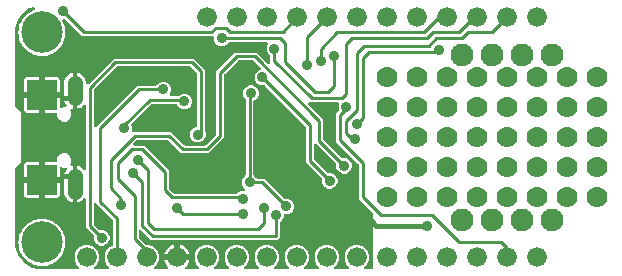
<source format=gbr>
G04 EAGLE Gerber RS-274X export*
G75*
%MOMM*%
%FSLAX34Y34*%
%LPD*%
%INBottom Copper*%
%IPPOS*%
%AMOC8*
5,1,8,0,0,1.08239X$1,22.5*%
G01*
%ADD10C,3.516000*%
%ADD11R,2.500000X2.500000*%
%ADD12C,1.308000*%
%ADD13C,1.676400*%
%ADD14C,0.906400*%
%ADD15C,1.930400*%
%ADD16C,0.406400*%
%ADD17C,0.254000*%
%ADD18C,1.778000*%

G36*
X56004Y2558D02*
X56004Y2558D01*
X56143Y2571D01*
X56162Y2578D01*
X56182Y2581D01*
X56311Y2632D01*
X56442Y2679D01*
X56459Y2690D01*
X56478Y2698D01*
X56590Y2779D01*
X56705Y2857D01*
X56719Y2873D01*
X56735Y2884D01*
X56824Y2992D01*
X56916Y3096D01*
X56925Y3114D01*
X56938Y3129D01*
X56997Y3255D01*
X57060Y3379D01*
X57065Y3399D01*
X57073Y3417D01*
X57099Y3553D01*
X57130Y3689D01*
X57129Y3710D01*
X57133Y3729D01*
X57124Y3868D01*
X57120Y4007D01*
X57115Y4027D01*
X57113Y4047D01*
X57071Y4179D01*
X57032Y4313D01*
X57022Y4330D01*
X57015Y4349D01*
X56941Y4467D01*
X56870Y4587D01*
X56852Y4608D01*
X56845Y4618D01*
X56830Y4632D01*
X56764Y4707D01*
X54671Y6801D01*
X53085Y10628D01*
X53085Y14772D01*
X54671Y18599D01*
X57601Y21529D01*
X61428Y23115D01*
X65572Y23115D01*
X69399Y21529D01*
X72329Y18599D01*
X73915Y14772D01*
X73915Y10628D01*
X72329Y6801D01*
X70236Y4707D01*
X70151Y4598D01*
X70062Y4491D01*
X70054Y4472D01*
X70041Y4456D01*
X69986Y4328D01*
X69927Y4203D01*
X69923Y4183D01*
X69915Y4164D01*
X69893Y4026D01*
X69867Y3890D01*
X69868Y3870D01*
X69865Y3850D01*
X69878Y3711D01*
X69887Y3573D01*
X69893Y3554D01*
X69895Y3534D01*
X69942Y3402D01*
X69985Y3271D01*
X69996Y3253D01*
X70002Y3234D01*
X70080Y3119D01*
X70155Y3002D01*
X70170Y2988D01*
X70181Y2971D01*
X70285Y2879D01*
X70386Y2784D01*
X70404Y2774D01*
X70419Y2761D01*
X70544Y2697D01*
X70665Y2630D01*
X70685Y2625D01*
X70703Y2616D01*
X70838Y2586D01*
X70973Y2551D01*
X71001Y2549D01*
X71013Y2546D01*
X71033Y2547D01*
X71134Y2541D01*
X81266Y2541D01*
X81404Y2558D01*
X81543Y2571D01*
X81562Y2578D01*
X81582Y2581D01*
X81711Y2632D01*
X81842Y2679D01*
X81859Y2690D01*
X81878Y2698D01*
X81990Y2779D01*
X82105Y2857D01*
X82119Y2873D01*
X82135Y2884D01*
X82224Y2992D01*
X82316Y3096D01*
X82325Y3114D01*
X82338Y3129D01*
X82397Y3255D01*
X82460Y3379D01*
X82465Y3399D01*
X82473Y3417D01*
X82499Y3553D01*
X82530Y3689D01*
X82529Y3710D01*
X82533Y3729D01*
X82524Y3868D01*
X82520Y4007D01*
X82515Y4027D01*
X82513Y4047D01*
X82471Y4179D01*
X82432Y4313D01*
X82422Y4330D01*
X82415Y4349D01*
X82341Y4467D01*
X82270Y4587D01*
X82252Y4608D01*
X82245Y4618D01*
X82230Y4632D01*
X82164Y4707D01*
X80071Y6801D01*
X78485Y10628D01*
X78485Y14772D01*
X80071Y18599D01*
X83001Y21529D01*
X84814Y22280D01*
X84839Y22295D01*
X84867Y22304D01*
X84977Y22374D01*
X85090Y22438D01*
X85111Y22458D01*
X85136Y22474D01*
X85225Y22569D01*
X85318Y22659D01*
X85334Y22684D01*
X85354Y22706D01*
X85417Y22820D01*
X85485Y22930D01*
X85493Y22958D01*
X85508Y22984D01*
X85540Y23110D01*
X85578Y23234D01*
X85580Y23264D01*
X85587Y23292D01*
X85597Y23453D01*
X85597Y43826D01*
X85585Y43924D01*
X85582Y44023D01*
X85565Y44082D01*
X85557Y44142D01*
X85521Y44234D01*
X85493Y44329D01*
X85463Y44381D01*
X85440Y44437D01*
X85382Y44517D01*
X85332Y44603D01*
X85266Y44678D01*
X85254Y44695D01*
X85244Y44703D01*
X85226Y44724D01*
X73934Y56016D01*
X71509Y58440D01*
X71400Y58525D01*
X71293Y58614D01*
X71274Y58622D01*
X71258Y58635D01*
X71130Y58690D01*
X71005Y58749D01*
X70985Y58753D01*
X70966Y58761D01*
X70828Y58783D01*
X70692Y58809D01*
X70672Y58808D01*
X70652Y58811D01*
X70513Y58798D01*
X70375Y58789D01*
X70356Y58783D01*
X70336Y58781D01*
X70204Y58734D01*
X70073Y58691D01*
X70055Y58680D01*
X70036Y58673D01*
X69921Y58595D01*
X69804Y58521D01*
X69790Y58506D01*
X69773Y58495D01*
X69681Y58391D01*
X69586Y58289D01*
X69576Y58272D01*
X69563Y58256D01*
X69499Y58132D01*
X69432Y58011D01*
X69427Y57991D01*
X69418Y57973D01*
X69388Y57837D01*
X69353Y57703D01*
X69351Y57675D01*
X69348Y57663D01*
X69349Y57642D01*
X69343Y57542D01*
X69343Y41264D01*
X69355Y41166D01*
X69358Y41067D01*
X69375Y41008D01*
X69383Y40948D01*
X69419Y40856D01*
X69447Y40761D01*
X69477Y40709D01*
X69500Y40653D01*
X69558Y40573D01*
X69608Y40487D01*
X69674Y40412D01*
X69686Y40395D01*
X69696Y40387D01*
X69714Y40366D01*
X73934Y36146D01*
X74013Y36086D01*
X74085Y36018D01*
X74138Y35989D01*
X74186Y35952D01*
X74277Y35912D01*
X74363Y35864D01*
X74422Y35849D01*
X74477Y35825D01*
X74575Y35810D01*
X74671Y35785D01*
X74771Y35779D01*
X74792Y35775D01*
X74804Y35777D01*
X74832Y35775D01*
X77506Y35775D01*
X79919Y34775D01*
X81765Y32929D01*
X82765Y30516D01*
X82765Y27904D01*
X81765Y25491D01*
X79919Y23645D01*
X77506Y22645D01*
X74894Y22645D01*
X72481Y23645D01*
X70635Y25491D01*
X69635Y27904D01*
X69635Y30578D01*
X69623Y30676D01*
X69620Y30775D01*
X69603Y30834D01*
X69595Y30894D01*
X69559Y30986D01*
X69531Y31081D01*
X69501Y31133D01*
X69478Y31189D01*
X69420Y31269D01*
X69370Y31355D01*
X69304Y31430D01*
X69292Y31447D01*
X69282Y31455D01*
X69264Y31476D01*
X62737Y38002D01*
X62737Y61647D01*
X62727Y61726D01*
X62727Y61806D01*
X62707Y61884D01*
X62697Y61963D01*
X62668Y62037D01*
X62648Y62114D01*
X62610Y62184D01*
X62580Y62259D01*
X62534Y62323D01*
X62495Y62393D01*
X62440Y62451D01*
X62394Y62516D01*
X62332Y62567D01*
X62278Y62625D01*
X62210Y62668D01*
X62149Y62719D01*
X62076Y62753D01*
X62009Y62795D01*
X61933Y62820D01*
X61861Y62854D01*
X61783Y62869D01*
X61707Y62894D01*
X61627Y62899D01*
X61549Y62914D01*
X61469Y62909D01*
X61389Y62914D01*
X61311Y62899D01*
X61231Y62894D01*
X61155Y62870D01*
X61077Y62855D01*
X61005Y62821D01*
X60929Y62796D01*
X60861Y62754D01*
X60789Y62720D01*
X60727Y62669D01*
X60660Y62626D01*
X60605Y62568D01*
X60544Y62517D01*
X60443Y62396D01*
X60442Y62395D01*
X60442Y62394D01*
X60441Y62393D01*
X60376Y62304D01*
X59366Y61294D01*
X58209Y60453D01*
X56936Y59805D01*
X55576Y59363D01*
X55449Y59343D01*
X55449Y80570D01*
X55434Y80688D01*
X55427Y80807D01*
X55414Y80845D01*
X55409Y80885D01*
X55366Y80996D01*
X55329Y81109D01*
X55307Y81143D01*
X55292Y81181D01*
X55223Y81277D01*
X55212Y81294D01*
X55226Y81318D01*
X55251Y81350D01*
X55302Y81457D01*
X55360Y81562D01*
X55370Y81601D01*
X55387Y81637D01*
X55409Y81754D01*
X55439Y81870D01*
X55443Y81930D01*
X55447Y81950D01*
X55445Y81970D01*
X55449Y82030D01*
X55449Y90177D01*
X55576Y90157D01*
X56936Y89715D01*
X58209Y89067D01*
X59366Y88226D01*
X60376Y87216D01*
X60441Y87127D01*
X60496Y87069D01*
X60542Y87004D01*
X60604Y86953D01*
X60659Y86895D01*
X60726Y86852D01*
X60787Y86801D01*
X60860Y86767D01*
X60927Y86724D01*
X61003Y86700D01*
X61075Y86666D01*
X61154Y86651D01*
X61230Y86626D01*
X61309Y86621D01*
X61388Y86606D01*
X61467Y86611D01*
X61547Y86606D01*
X61625Y86621D01*
X61705Y86626D01*
X61781Y86650D01*
X61860Y86665D01*
X61932Y86699D01*
X62007Y86724D01*
X62075Y86766D01*
X62147Y86800D01*
X62209Y86851D01*
X62276Y86894D01*
X62331Y86952D01*
X62393Y87003D01*
X62439Y87067D01*
X62494Y87125D01*
X62533Y87195D01*
X62580Y87260D01*
X62609Y87334D01*
X62648Y87404D01*
X62668Y87481D01*
X62697Y87556D01*
X62707Y87635D01*
X62727Y87712D01*
X62737Y87870D01*
X62737Y87871D01*
X62737Y87872D01*
X62737Y87873D01*
X62737Y140727D01*
X62727Y140807D01*
X62727Y140886D01*
X62707Y140964D01*
X62697Y141043D01*
X62668Y141117D01*
X62648Y141194D01*
X62610Y141264D01*
X62580Y141339D01*
X62534Y141403D01*
X62495Y141473D01*
X62441Y141531D01*
X62394Y141596D01*
X62332Y141647D01*
X62278Y141705D01*
X62210Y141748D01*
X62149Y141799D01*
X62076Y141833D01*
X62009Y141876D01*
X61933Y141900D01*
X61861Y141934D01*
X61783Y141949D01*
X61707Y141974D01*
X61627Y141979D01*
X61549Y141994D01*
X61469Y141989D01*
X61389Y141994D01*
X61311Y141979D01*
X61231Y141974D01*
X61155Y141950D01*
X61077Y141935D01*
X61004Y141901D01*
X60929Y141876D01*
X60861Y141834D01*
X60789Y141800D01*
X60727Y141749D01*
X60660Y141706D01*
X60605Y141648D01*
X60544Y141597D01*
X60443Y141476D01*
X60442Y141475D01*
X60442Y141474D01*
X60441Y141473D01*
X60376Y141384D01*
X59366Y140374D01*
X58209Y139533D01*
X56936Y138885D01*
X55576Y138443D01*
X55449Y138423D01*
X55449Y146570D01*
X55434Y146688D01*
X55427Y146807D01*
X55414Y146845D01*
X55409Y146885D01*
X55366Y146996D01*
X55329Y147109D01*
X55307Y147143D01*
X55292Y147181D01*
X55223Y147277D01*
X55212Y147294D01*
X55226Y147318D01*
X55251Y147350D01*
X55302Y147457D01*
X55360Y147562D01*
X55370Y147601D01*
X55387Y147637D01*
X55409Y147754D01*
X55439Y147870D01*
X55443Y147930D01*
X55447Y147950D01*
X55445Y147970D01*
X55449Y148030D01*
X55449Y169257D01*
X55576Y169237D01*
X56936Y168795D01*
X58209Y168147D01*
X59366Y167306D01*
X60376Y166296D01*
X61217Y165139D01*
X61865Y163866D01*
X62307Y162506D01*
X62531Y161095D01*
X62531Y160436D01*
X62548Y160298D01*
X62561Y160159D01*
X62568Y160140D01*
X62571Y160120D01*
X62622Y159991D01*
X62669Y159860D01*
X62680Y159843D01*
X62688Y159825D01*
X62769Y159712D01*
X62847Y159597D01*
X62863Y159584D01*
X62874Y159567D01*
X62982Y159478D01*
X63086Y159386D01*
X63104Y159377D01*
X63119Y159364D01*
X63245Y159305D01*
X63369Y159242D01*
X63389Y159237D01*
X63407Y159229D01*
X63543Y159203D01*
X63679Y159172D01*
X63700Y159173D01*
X63719Y159169D01*
X63858Y159178D01*
X63997Y159182D01*
X64017Y159188D01*
X64037Y159189D01*
X64169Y159232D01*
X64303Y159270D01*
X64320Y159281D01*
X64339Y159287D01*
X64457Y159361D01*
X64577Y159432D01*
X64598Y159450D01*
X64608Y159457D01*
X64622Y159472D01*
X64698Y159538D01*
X65044Y159884D01*
X86262Y181103D01*
X153768Y181103D01*
X163323Y171548D01*
X163323Y119887D01*
X163324Y119878D01*
X163323Y119869D01*
X163344Y119720D01*
X163363Y119572D01*
X163366Y119563D01*
X163367Y119554D01*
X163419Y119402D01*
X164045Y117892D01*
X164045Y115280D01*
X163045Y112867D01*
X161199Y111021D01*
X158786Y110021D01*
X156174Y110021D01*
X153761Y111021D01*
X151915Y112867D01*
X150915Y115280D01*
X150915Y117892D01*
X151915Y120305D01*
X153761Y122151D01*
X155934Y123051D01*
X155959Y123066D01*
X155987Y123075D01*
X156097Y123144D01*
X156210Y123209D01*
X156231Y123229D01*
X156256Y123245D01*
X156345Y123339D01*
X156438Y123430D01*
X156454Y123455D01*
X156474Y123477D01*
X156537Y123590D01*
X156605Y123701D01*
X156613Y123729D01*
X156628Y123755D01*
X156660Y123881D01*
X156698Y124005D01*
X156700Y124034D01*
X156707Y124063D01*
X156717Y124224D01*
X156717Y168286D01*
X156705Y168384D01*
X156702Y168483D01*
X156685Y168542D01*
X156677Y168602D01*
X156641Y168694D01*
X156613Y168789D01*
X156583Y168841D01*
X156560Y168897D01*
X156502Y168977D01*
X156452Y169063D01*
X156386Y169138D01*
X156374Y169155D01*
X156364Y169163D01*
X156346Y169184D01*
X151404Y174126D01*
X151325Y174186D01*
X151253Y174254D01*
X151200Y174283D01*
X151152Y174320D01*
X151061Y174360D01*
X150975Y174408D01*
X150916Y174423D01*
X150861Y174447D01*
X150763Y174462D01*
X150667Y174487D01*
X150567Y174493D01*
X150546Y174497D01*
X150534Y174495D01*
X150506Y174497D01*
X89524Y174497D01*
X89426Y174485D01*
X89327Y174482D01*
X89268Y174465D01*
X89208Y174457D01*
X89116Y174421D01*
X89021Y174393D01*
X88969Y174363D01*
X88913Y174340D01*
X88833Y174282D01*
X88747Y174232D01*
X88672Y174166D01*
X88655Y174154D01*
X88647Y174144D01*
X88626Y174126D01*
X69714Y155214D01*
X69654Y155135D01*
X69586Y155063D01*
X69557Y155010D01*
X69520Y154962D01*
X69480Y154871D01*
X69432Y154785D01*
X69417Y154726D01*
X69393Y154671D01*
X69378Y154573D01*
X69353Y154477D01*
X69347Y154377D01*
X69343Y154356D01*
X69345Y154344D01*
X69343Y154316D01*
X69343Y124068D01*
X69360Y123930D01*
X69373Y123791D01*
X69380Y123772D01*
X69383Y123752D01*
X69434Y123623D01*
X69481Y123492D01*
X69492Y123475D01*
X69500Y123457D01*
X69581Y123344D01*
X69659Y123229D01*
X69675Y123216D01*
X69686Y123199D01*
X69794Y123111D01*
X69898Y123018D01*
X69916Y123009D01*
X69931Y122996D01*
X70057Y122937D01*
X70181Y122874D01*
X70201Y122869D01*
X70219Y122861D01*
X70355Y122835D01*
X70491Y122804D01*
X70512Y122805D01*
X70531Y122801D01*
X70670Y122810D01*
X70809Y122814D01*
X70829Y122820D01*
X70849Y122821D01*
X70981Y122864D01*
X71115Y122902D01*
X71132Y122913D01*
X71151Y122919D01*
X71269Y122993D01*
X71389Y123064D01*
X71410Y123082D01*
X71420Y123089D01*
X71434Y123104D01*
X71509Y123170D01*
X104276Y155936D01*
X106582Y158243D01*
X121763Y158243D01*
X121861Y158255D01*
X121960Y158258D01*
X122018Y158275D01*
X122079Y158283D01*
X122171Y158319D01*
X122266Y158347D01*
X122318Y158377D01*
X122374Y158400D01*
X122454Y158458D01*
X122540Y158508D01*
X122615Y158574D01*
X122632Y158586D01*
X122639Y158596D01*
X122661Y158614D01*
X124551Y160505D01*
X126964Y161505D01*
X129576Y161505D01*
X131989Y160505D01*
X133835Y158659D01*
X134835Y156246D01*
X134835Y153634D01*
X133788Y151108D01*
X133775Y151060D01*
X133754Y151015D01*
X133733Y150907D01*
X133704Y150801D01*
X133704Y150751D01*
X133694Y150702D01*
X133701Y150593D01*
X133699Y150483D01*
X133711Y150435D01*
X133714Y150385D01*
X133748Y150281D01*
X133773Y150174D01*
X133797Y150130D01*
X133812Y150083D01*
X133871Y149990D01*
X133922Y149893D01*
X133955Y149856D01*
X133982Y149814D01*
X134062Y149739D01*
X134136Y149657D01*
X134178Y149630D01*
X134214Y149596D01*
X134310Y149543D01*
X134402Y149483D01*
X134449Y149466D01*
X134492Y149442D01*
X134599Y149415D01*
X134703Y149379D01*
X134752Y149375D01*
X134800Y149363D01*
X134961Y149353D01*
X140813Y149353D01*
X140911Y149365D01*
X141010Y149368D01*
X141068Y149385D01*
X141129Y149393D01*
X141221Y149429D01*
X141316Y149457D01*
X141368Y149487D01*
X141424Y149510D01*
X141504Y149568D01*
X141590Y149618D01*
X141665Y149684D01*
X141682Y149696D01*
X141689Y149706D01*
X141711Y149724D01*
X142331Y150345D01*
X144744Y151345D01*
X147356Y151345D01*
X149769Y150345D01*
X151615Y148499D01*
X152615Y146086D01*
X152615Y143474D01*
X151615Y141061D01*
X149769Y139215D01*
X147356Y138215D01*
X144744Y138215D01*
X142331Y139215D01*
X140485Y141061D01*
X140111Y141964D01*
X140096Y141989D01*
X140087Y142017D01*
X140018Y142127D01*
X139953Y142240D01*
X139933Y142261D01*
X139917Y142286D01*
X139822Y142375D01*
X139732Y142468D01*
X139707Y142484D01*
X139685Y142504D01*
X139572Y142567D01*
X139461Y142635D01*
X139433Y142643D01*
X139407Y142658D01*
X139281Y142690D01*
X139157Y142728D01*
X139128Y142730D01*
X139099Y142737D01*
X138938Y142747D01*
X118734Y142747D01*
X118636Y142735D01*
X118537Y142732D01*
X118478Y142715D01*
X118418Y142707D01*
X118326Y142671D01*
X118231Y142643D01*
X118179Y142613D01*
X118123Y142590D01*
X118043Y142532D01*
X117957Y142482D01*
X117882Y142416D01*
X117865Y142404D01*
X117857Y142394D01*
X117836Y142376D01*
X101498Y126037D01*
X101480Y126014D01*
X101458Y125995D01*
X101383Y125889D01*
X101303Y125786D01*
X101291Y125759D01*
X101275Y125735D01*
X101229Y125614D01*
X101177Y125494D01*
X101172Y125465D01*
X101162Y125437D01*
X101147Y125309D01*
X101127Y125180D01*
X101130Y125151D01*
X101127Y125121D01*
X101145Y124993D01*
X101157Y124864D01*
X101167Y124836D01*
X101171Y124807D01*
X101223Y124654D01*
X101815Y123226D01*
X101815Y120607D01*
X101807Y120580D01*
X101786Y120535D01*
X101765Y120427D01*
X101736Y120321D01*
X101736Y120271D01*
X101726Y120222D01*
X101733Y120113D01*
X101731Y120003D01*
X101743Y119955D01*
X101746Y119905D01*
X101780Y119801D01*
X101805Y119694D01*
X101829Y119650D01*
X101844Y119603D01*
X101903Y119510D01*
X101954Y119413D01*
X101988Y119376D01*
X102014Y119334D01*
X102094Y119259D01*
X102168Y119177D01*
X102210Y119150D01*
X102246Y119116D01*
X102342Y119063D01*
X102434Y119003D01*
X102481Y118986D01*
X102524Y118962D01*
X102631Y118935D01*
X102735Y118899D01*
X102784Y118895D01*
X102832Y118883D01*
X102993Y118873D01*
X134718Y118873D01*
X145776Y107814D01*
X145855Y107754D01*
X145927Y107686D01*
X145980Y107657D01*
X146028Y107620D01*
X146119Y107580D01*
X146205Y107532D01*
X146264Y107517D01*
X146319Y107493D01*
X146417Y107478D01*
X146513Y107453D01*
X146613Y107447D01*
X146634Y107443D01*
X146646Y107445D01*
X146674Y107443D01*
X163206Y107443D01*
X163304Y107455D01*
X163403Y107458D01*
X163462Y107475D01*
X163522Y107483D01*
X163614Y107519D01*
X163709Y107547D01*
X163761Y107577D01*
X163817Y107600D01*
X163897Y107658D01*
X163983Y107708D01*
X164058Y107774D01*
X164075Y107786D01*
X164083Y107796D01*
X164104Y107814D01*
X172856Y116566D01*
X172916Y116645D01*
X172984Y116717D01*
X173013Y116770D01*
X173050Y116818D01*
X173090Y116909D01*
X173138Y116995D01*
X173153Y117054D01*
X173177Y117109D01*
X173192Y117207D01*
X173217Y117303D01*
X173223Y117403D01*
X173227Y117423D01*
X173225Y117436D01*
X173227Y117464D01*
X173227Y170278D01*
X186826Y183876D01*
X189132Y186183D01*
X207108Y186183D01*
X209414Y183877D01*
X209414Y183876D01*
X216781Y176510D01*
X216890Y176425D01*
X216997Y176336D01*
X217016Y176328D01*
X217032Y176315D01*
X217160Y176260D01*
X217285Y176201D01*
X217305Y176197D01*
X217324Y176189D01*
X217462Y176167D01*
X217598Y176141D01*
X217618Y176142D01*
X217638Y176139D01*
X217777Y176152D01*
X217915Y176161D01*
X217934Y176167D01*
X217954Y176169D01*
X218086Y176216D01*
X218217Y176259D01*
X218235Y176270D01*
X218254Y176277D01*
X218369Y176355D01*
X218486Y176429D01*
X218500Y176444D01*
X218517Y176455D01*
X218609Y176559D01*
X218704Y176661D01*
X218714Y176678D01*
X218727Y176694D01*
X218791Y176817D01*
X218858Y176939D01*
X218863Y176959D01*
X218872Y176977D01*
X218902Y177113D01*
X218937Y177247D01*
X218939Y177275D01*
X218942Y177287D01*
X218941Y177308D01*
X218947Y177408D01*
X218947Y182723D01*
X218935Y182821D01*
X218932Y182920D01*
X218915Y182978D01*
X218907Y183039D01*
X218871Y183131D01*
X218843Y183226D01*
X218813Y183278D01*
X218790Y183334D01*
X218732Y183414D01*
X218682Y183500D01*
X218616Y183575D01*
X218604Y183592D01*
X218594Y183599D01*
X218576Y183621D01*
X216685Y185511D01*
X215685Y187924D01*
X215685Y190536D01*
X216732Y193062D01*
X216745Y193110D01*
X216766Y193155D01*
X216787Y193263D01*
X216816Y193369D01*
X216817Y193419D01*
X216826Y193468D01*
X216819Y193577D01*
X216821Y193687D01*
X216809Y193735D01*
X216806Y193785D01*
X216772Y193889D01*
X216747Y193996D01*
X216723Y194040D01*
X216708Y194087D01*
X216649Y194180D01*
X216598Y194277D01*
X216565Y194314D01*
X216538Y194356D01*
X216458Y194431D01*
X216384Y194513D01*
X216343Y194540D01*
X216306Y194574D01*
X216210Y194627D01*
X216118Y194687D01*
X216071Y194704D01*
X216028Y194728D01*
X215922Y194755D01*
X215817Y194791D01*
X215768Y194795D01*
X215720Y194807D01*
X215559Y194817D01*
X184307Y194817D01*
X184209Y194805D01*
X184110Y194802D01*
X184052Y194785D01*
X183991Y194777D01*
X183899Y194741D01*
X183804Y194713D01*
X183752Y194683D01*
X183696Y194660D01*
X183616Y194602D01*
X183530Y194552D01*
X183455Y194486D01*
X183438Y194474D01*
X183431Y194464D01*
X183409Y194446D01*
X181519Y192555D01*
X179106Y191555D01*
X176494Y191555D01*
X174081Y192555D01*
X172235Y194401D01*
X171235Y196814D01*
X171235Y198628D01*
X171220Y198746D01*
X171213Y198865D01*
X171200Y198903D01*
X171195Y198944D01*
X171152Y199054D01*
X171115Y199167D01*
X171093Y199202D01*
X171078Y199239D01*
X171009Y199335D01*
X170945Y199436D01*
X170915Y199464D01*
X170892Y199497D01*
X170800Y199573D01*
X170713Y199654D01*
X170678Y199674D01*
X170647Y199699D01*
X170539Y199750D01*
X170435Y199808D01*
X170395Y199818D01*
X170359Y199835D01*
X170242Y199857D01*
X170127Y199887D01*
X170067Y199891D01*
X170047Y199895D01*
X170026Y199893D01*
X169966Y199897D01*
X59592Y199897D01*
X45446Y214044D01*
X45367Y214104D01*
X45295Y214172D01*
X45242Y214201D01*
X45194Y214238D01*
X45103Y214278D01*
X45017Y214326D01*
X44958Y214341D01*
X44903Y214365D01*
X44805Y214380D01*
X44709Y214405D01*
X44609Y214411D01*
X44589Y214415D01*
X44576Y214413D01*
X44548Y214415D01*
X43917Y214415D01*
X43851Y214407D01*
X43785Y214408D01*
X43694Y214387D01*
X43602Y214375D01*
X43540Y214351D01*
X43475Y214336D01*
X43393Y214293D01*
X43306Y214258D01*
X43252Y214219D01*
X43194Y214189D01*
X43124Y214126D01*
X43049Y214072D01*
X43006Y214020D01*
X42957Y213976D01*
X42905Y213899D01*
X42846Y213827D01*
X42818Y213767D01*
X42781Y213711D01*
X42750Y213623D01*
X42710Y213539D01*
X42698Y213474D01*
X42676Y213411D01*
X42668Y213318D01*
X42650Y213227D01*
X42655Y213160D01*
X42649Y213094D01*
X42664Y213002D01*
X42670Y212909D01*
X42691Y212846D01*
X42702Y212781D01*
X42758Y212630D01*
X45092Y207386D01*
X45092Y199014D01*
X42263Y192659D01*
X42260Y192649D01*
X42250Y192629D01*
X41994Y192011D01*
X41975Y191987D01*
X41970Y191979D01*
X41968Y191975D01*
X41963Y191964D01*
X41900Y191844D01*
X41687Y191366D01*
X37853Y187914D01*
X37841Y187900D01*
X37805Y187868D01*
X36510Y186573D01*
X36441Y186545D01*
X36324Y186478D01*
X36204Y186415D01*
X36177Y186394D01*
X36165Y186387D01*
X36150Y186372D01*
X36078Y186315D01*
X35466Y185765D01*
X31302Y184412D01*
X31283Y184403D01*
X31209Y184377D01*
X29301Y183587D01*
X28965Y183587D01*
X28847Y183572D01*
X28729Y183565D01*
X28670Y183550D01*
X28650Y183547D01*
X28631Y183540D01*
X28573Y183525D01*
X27504Y183178D01*
X23676Y183580D01*
X23658Y183580D01*
X23543Y183587D01*
X21499Y183587D01*
X20951Y183814D01*
X20852Y183841D01*
X20757Y183877D01*
X20665Y183892D01*
X20644Y183898D01*
X20631Y183898D01*
X20598Y183904D01*
X19179Y184053D01*
X16215Y185764D01*
X16213Y185765D01*
X16210Y185767D01*
X16066Y185838D01*
X14290Y186573D01*
X13693Y187170D01*
X13626Y187222D01*
X13565Y187283D01*
X13451Y187358D01*
X13442Y187365D01*
X13438Y187367D01*
X13431Y187372D01*
X11929Y188239D01*
X10139Y190703D01*
X10126Y190717D01*
X10116Y190733D01*
X10009Y190854D01*
X8773Y192090D01*
X8357Y193096D01*
X8322Y193156D01*
X8297Y193220D01*
X8211Y193356D01*
X7008Y195011D01*
X6447Y197649D01*
X6436Y197683D01*
X6431Y197719D01*
X6379Y197871D01*
X5787Y199299D01*
X5787Y200622D01*
X5781Y200674D01*
X5783Y200726D01*
X5760Y200886D01*
X5268Y203200D01*
X5760Y205514D01*
X5764Y205567D01*
X5777Y205617D01*
X5787Y205778D01*
X5787Y207101D01*
X6379Y208529D01*
X6388Y208563D01*
X6404Y208595D01*
X6447Y208751D01*
X7008Y211389D01*
X8211Y213044D01*
X8244Y213105D01*
X8286Y213160D01*
X8357Y213304D01*
X8773Y214310D01*
X10009Y215546D01*
X10021Y215561D01*
X10036Y215573D01*
X10139Y215697D01*
X11929Y218161D01*
X13431Y219028D01*
X13499Y219080D01*
X13573Y219124D01*
X13675Y219214D01*
X13684Y219221D01*
X13687Y219224D01*
X13693Y219230D01*
X14290Y219827D01*
X16066Y220562D01*
X16068Y220564D01*
X16071Y220564D01*
X16215Y220636D01*
X18972Y222228D01*
X18993Y222244D01*
X19017Y222255D01*
X19119Y222340D01*
X19225Y222420D01*
X19242Y222441D01*
X19262Y222458D01*
X19340Y222565D01*
X19423Y222669D01*
X19434Y222693D01*
X19449Y222715D01*
X19498Y222838D01*
X19552Y222960D01*
X19557Y222986D01*
X19566Y223011D01*
X19583Y223142D01*
X19605Y223273D01*
X19603Y223300D01*
X19606Y223326D01*
X19590Y223458D01*
X19579Y223590D01*
X19570Y223615D01*
X19567Y223642D01*
X19518Y223765D01*
X19474Y223890D01*
X19460Y223913D01*
X19450Y223937D01*
X19372Y224045D01*
X19299Y224155D01*
X19279Y224173D01*
X19263Y224195D01*
X19161Y224280D01*
X19062Y224368D01*
X19039Y224381D01*
X19018Y224398D01*
X18898Y224454D01*
X18781Y224516D01*
X18755Y224522D01*
X18731Y224533D01*
X18600Y224559D01*
X18471Y224589D01*
X18445Y224588D01*
X18418Y224593D01*
X18286Y224585D01*
X18153Y224583D01*
X18128Y224575D01*
X18101Y224574D01*
X17945Y224534D01*
X15206Y223644D01*
X15099Y223594D01*
X14988Y223550D01*
X14937Y223517D01*
X14918Y223509D01*
X14903Y223496D01*
X14852Y223464D01*
X9388Y219493D01*
X9301Y219412D01*
X9209Y219336D01*
X9171Y219290D01*
X9156Y219276D01*
X9145Y219258D01*
X9107Y219212D01*
X5136Y213748D01*
X5079Y213644D01*
X5015Y213544D01*
X4993Y213487D01*
X4983Y213469D01*
X4978Y213449D01*
X4956Y213394D01*
X2869Y206970D01*
X2856Y206902D01*
X2833Y206836D01*
X2810Y206677D01*
X2545Y203300D01*
X2546Y203278D01*
X2541Y203200D01*
X2541Y141278D01*
X2553Y141180D01*
X2556Y141081D01*
X2573Y141023D01*
X2581Y140963D01*
X2617Y140871D01*
X2645Y140775D01*
X2675Y140723D01*
X2698Y140667D01*
X2756Y140587D01*
X2806Y140502D01*
X2872Y140426D01*
X2884Y140410D01*
X2894Y140402D01*
X2912Y140381D01*
X7621Y135672D01*
X7621Y92928D01*
X2912Y88219D01*
X2852Y88141D01*
X2784Y88069D01*
X2755Y88016D01*
X2718Y87968D01*
X2678Y87877D01*
X2630Y87790D01*
X2615Y87732D01*
X2591Y87676D01*
X2576Y87578D01*
X2551Y87483D01*
X2545Y87382D01*
X2541Y87362D01*
X2543Y87350D01*
X2541Y87322D01*
X2541Y25400D01*
X2543Y25378D01*
X2545Y25300D01*
X2810Y21923D01*
X2824Y21855D01*
X2829Y21786D01*
X2869Y21630D01*
X4956Y15206D01*
X5006Y15099D01*
X5050Y14988D01*
X5083Y14937D01*
X5091Y14918D01*
X5104Y14903D01*
X5136Y14852D01*
X9107Y9388D01*
X9127Y9366D01*
X9138Y9348D01*
X9184Y9305D01*
X9188Y9301D01*
X9264Y9209D01*
X9310Y9171D01*
X9324Y9156D01*
X9342Y9145D01*
X9388Y9107D01*
X14596Y5322D01*
X14852Y5136D01*
X14887Y5117D01*
X14918Y5092D01*
X14990Y5058D01*
X15056Y5015D01*
X15113Y4993D01*
X15131Y4983D01*
X15150Y4978D01*
X15205Y4956D01*
X15206Y4956D01*
X17945Y4066D01*
X17971Y4061D01*
X17996Y4051D01*
X18127Y4031D01*
X18257Y4006D01*
X18284Y4008D01*
X18310Y4004D01*
X18441Y4018D01*
X18455Y4008D01*
X18474Y3989D01*
X18585Y3917D01*
X18694Y3842D01*
X18719Y3832D01*
X18742Y3818D01*
X18891Y3759D01*
X21630Y2869D01*
X21698Y2856D01*
X21764Y2833D01*
X21923Y2810D01*
X25300Y2545D01*
X25322Y2546D01*
X25400Y2541D01*
X55866Y2541D01*
X56004Y2558D01*
G37*
G36*
X131486Y2558D02*
X131486Y2558D01*
X131624Y2571D01*
X131643Y2578D01*
X131664Y2581D01*
X131793Y2632D01*
X131924Y2679D01*
X131940Y2690D01*
X131959Y2698D01*
X132071Y2779D01*
X132187Y2857D01*
X132200Y2873D01*
X132217Y2884D01*
X132305Y2992D01*
X132397Y3096D01*
X132406Y3114D01*
X132419Y3129D01*
X132479Y3255D01*
X132542Y3379D01*
X132546Y3399D01*
X132555Y3417D01*
X132581Y3554D01*
X132611Y3689D01*
X132611Y3710D01*
X132615Y3729D01*
X132606Y3868D01*
X132602Y4007D01*
X132596Y4027D01*
X132595Y4047D01*
X132552Y4179D01*
X132513Y4313D01*
X132503Y4330D01*
X132497Y4349D01*
X132423Y4467D01*
X132352Y4587D01*
X132333Y4608D01*
X132327Y4618D01*
X132312Y4632D01*
X132245Y4707D01*
X131369Y5584D01*
X130358Y6975D01*
X129577Y8507D01*
X129046Y10142D01*
X129037Y10201D01*
X138470Y10201D01*
X138588Y10216D01*
X138707Y10223D01*
X138745Y10235D01*
X138785Y10241D01*
X138896Y10284D01*
X139009Y10321D01*
X139043Y10343D01*
X139081Y10358D01*
X139177Y10427D01*
X139278Y10491D01*
X139306Y10521D01*
X139338Y10544D01*
X139414Y10636D01*
X139496Y10723D01*
X139515Y10758D01*
X139541Y10789D01*
X139592Y10897D01*
X139649Y11001D01*
X139659Y11041D01*
X139677Y11077D01*
X139697Y11184D01*
X139701Y11154D01*
X139745Y11044D01*
X139781Y10931D01*
X139803Y10896D01*
X139818Y10859D01*
X139888Y10762D01*
X139951Y10662D01*
X139981Y10634D01*
X140005Y10601D01*
X140096Y10525D01*
X140183Y10444D01*
X140219Y10424D01*
X140250Y10399D01*
X140357Y10348D01*
X140462Y10290D01*
X140501Y10280D01*
X140537Y10263D01*
X140654Y10241D01*
X140770Y10211D01*
X140830Y10207D01*
X140850Y10203D01*
X140870Y10205D01*
X140930Y10201D01*
X150363Y10201D01*
X150354Y10142D01*
X149823Y8507D01*
X149042Y6975D01*
X148031Y5584D01*
X147155Y4707D01*
X147070Y4598D01*
X146981Y4491D01*
X146972Y4472D01*
X146960Y4456D01*
X146904Y4328D01*
X146845Y4203D01*
X146841Y4183D01*
X146833Y4164D01*
X146811Y4026D01*
X146785Y3890D01*
X146787Y3870D01*
X146783Y3850D01*
X146796Y3711D01*
X146805Y3573D01*
X146811Y3554D01*
X146813Y3534D01*
X146860Y3402D01*
X146903Y3271D01*
X146914Y3253D01*
X146921Y3234D01*
X146999Y3119D01*
X147073Y3002D01*
X147088Y2988D01*
X147099Y2971D01*
X147203Y2879D01*
X147305Y2784D01*
X147323Y2774D01*
X147338Y2761D01*
X147462Y2698D01*
X147583Y2630D01*
X147603Y2625D01*
X147621Y2616D01*
X147757Y2586D01*
X147891Y2551D01*
X147919Y2549D01*
X147931Y2546D01*
X147952Y2547D01*
X148052Y2541D01*
X157466Y2541D01*
X157604Y2558D01*
X157743Y2571D01*
X157762Y2578D01*
X157782Y2581D01*
X157911Y2632D01*
X158042Y2679D01*
X158059Y2690D01*
X158078Y2698D01*
X158190Y2779D01*
X158305Y2857D01*
X158319Y2873D01*
X158335Y2884D01*
X158424Y2992D01*
X158516Y3096D01*
X158525Y3114D01*
X158538Y3129D01*
X158597Y3255D01*
X158660Y3379D01*
X158665Y3399D01*
X158673Y3417D01*
X158699Y3553D01*
X158730Y3689D01*
X158729Y3710D01*
X158733Y3729D01*
X158724Y3868D01*
X158720Y4007D01*
X158715Y4027D01*
X158713Y4047D01*
X158671Y4179D01*
X158632Y4313D01*
X158622Y4330D01*
X158615Y4349D01*
X158541Y4467D01*
X158470Y4587D01*
X158452Y4608D01*
X158445Y4618D01*
X158430Y4632D01*
X158364Y4707D01*
X156271Y6801D01*
X154685Y10628D01*
X154685Y14772D01*
X156271Y18599D01*
X159201Y21529D01*
X163028Y23115D01*
X167172Y23115D01*
X170999Y21529D01*
X173929Y18599D01*
X175515Y14772D01*
X175515Y10628D01*
X173929Y6801D01*
X171836Y4707D01*
X171751Y4598D01*
X171662Y4491D01*
X171654Y4472D01*
X171641Y4456D01*
X171586Y4328D01*
X171527Y4203D01*
X171523Y4183D01*
X171515Y4164D01*
X171493Y4026D01*
X171467Y3890D01*
X171468Y3870D01*
X171465Y3850D01*
X171478Y3711D01*
X171487Y3573D01*
X171493Y3554D01*
X171495Y3534D01*
X171542Y3402D01*
X171585Y3271D01*
X171596Y3253D01*
X171602Y3234D01*
X171680Y3119D01*
X171755Y3002D01*
X171770Y2988D01*
X171781Y2971D01*
X171885Y2879D01*
X171986Y2784D01*
X172004Y2774D01*
X172019Y2761D01*
X172144Y2697D01*
X172265Y2630D01*
X172285Y2625D01*
X172303Y2616D01*
X172438Y2586D01*
X172573Y2551D01*
X172601Y2549D01*
X172613Y2546D01*
X172633Y2547D01*
X172734Y2541D01*
X182866Y2541D01*
X183004Y2558D01*
X183143Y2571D01*
X183162Y2578D01*
X183182Y2581D01*
X183311Y2632D01*
X183442Y2679D01*
X183459Y2690D01*
X183478Y2698D01*
X183590Y2779D01*
X183705Y2857D01*
X183719Y2873D01*
X183735Y2884D01*
X183824Y2992D01*
X183916Y3096D01*
X183925Y3114D01*
X183938Y3129D01*
X183997Y3255D01*
X184060Y3379D01*
X184065Y3399D01*
X184073Y3417D01*
X184099Y3553D01*
X184130Y3689D01*
X184129Y3710D01*
X184133Y3729D01*
X184124Y3868D01*
X184120Y4007D01*
X184115Y4027D01*
X184113Y4047D01*
X184071Y4179D01*
X184032Y4313D01*
X184022Y4330D01*
X184015Y4349D01*
X183941Y4467D01*
X183870Y4587D01*
X183852Y4608D01*
X183845Y4618D01*
X183830Y4632D01*
X183764Y4707D01*
X181671Y6801D01*
X180085Y10628D01*
X180085Y14772D01*
X181671Y18599D01*
X184601Y21529D01*
X188428Y23115D01*
X192572Y23115D01*
X196399Y21529D01*
X199329Y18599D01*
X200915Y14772D01*
X200915Y10628D01*
X199329Y6801D01*
X197236Y4707D01*
X197151Y4598D01*
X197062Y4491D01*
X197054Y4472D01*
X197041Y4456D01*
X196986Y4328D01*
X196927Y4203D01*
X196923Y4183D01*
X196915Y4164D01*
X196893Y4026D01*
X196867Y3890D01*
X196868Y3870D01*
X196865Y3850D01*
X196878Y3711D01*
X196887Y3573D01*
X196893Y3554D01*
X196895Y3534D01*
X196942Y3402D01*
X196985Y3271D01*
X196996Y3253D01*
X197002Y3234D01*
X197080Y3119D01*
X197155Y3002D01*
X197170Y2988D01*
X197181Y2971D01*
X197285Y2879D01*
X197386Y2784D01*
X197404Y2774D01*
X197419Y2761D01*
X197544Y2697D01*
X197665Y2630D01*
X197685Y2625D01*
X197703Y2616D01*
X197838Y2586D01*
X197973Y2551D01*
X198001Y2549D01*
X198013Y2546D01*
X198033Y2547D01*
X198134Y2541D01*
X208266Y2541D01*
X208404Y2558D01*
X208543Y2571D01*
X208562Y2578D01*
X208582Y2581D01*
X208711Y2632D01*
X208842Y2679D01*
X208859Y2690D01*
X208878Y2698D01*
X208990Y2779D01*
X209105Y2857D01*
X209119Y2873D01*
X209135Y2884D01*
X209224Y2992D01*
X209316Y3096D01*
X209325Y3114D01*
X209338Y3129D01*
X209397Y3255D01*
X209460Y3379D01*
X209465Y3399D01*
X209473Y3417D01*
X209499Y3553D01*
X209530Y3689D01*
X209529Y3710D01*
X209533Y3729D01*
X209524Y3868D01*
X209520Y4007D01*
X209515Y4027D01*
X209513Y4047D01*
X209471Y4179D01*
X209432Y4313D01*
X209422Y4330D01*
X209415Y4349D01*
X209341Y4467D01*
X209270Y4587D01*
X209252Y4608D01*
X209245Y4618D01*
X209230Y4632D01*
X209164Y4707D01*
X207071Y6801D01*
X205485Y10628D01*
X205485Y14772D01*
X207071Y18599D01*
X210001Y21529D01*
X213828Y23115D01*
X217972Y23115D01*
X221799Y21529D01*
X224729Y18599D01*
X226315Y14772D01*
X226315Y10628D01*
X224729Y6801D01*
X222636Y4707D01*
X222551Y4598D01*
X222462Y4491D01*
X222454Y4472D01*
X222441Y4456D01*
X222386Y4328D01*
X222327Y4203D01*
X222323Y4183D01*
X222315Y4164D01*
X222293Y4026D01*
X222267Y3890D01*
X222268Y3870D01*
X222265Y3850D01*
X222278Y3711D01*
X222287Y3573D01*
X222293Y3554D01*
X222295Y3534D01*
X222342Y3402D01*
X222385Y3271D01*
X222396Y3253D01*
X222402Y3234D01*
X222480Y3119D01*
X222555Y3002D01*
X222570Y2988D01*
X222581Y2971D01*
X222685Y2879D01*
X222786Y2784D01*
X222804Y2774D01*
X222819Y2761D01*
X222944Y2697D01*
X223065Y2630D01*
X223085Y2625D01*
X223103Y2616D01*
X223238Y2586D01*
X223373Y2551D01*
X223401Y2549D01*
X223413Y2546D01*
X223433Y2547D01*
X223534Y2541D01*
X233666Y2541D01*
X233804Y2558D01*
X233943Y2571D01*
X233962Y2578D01*
X233982Y2581D01*
X234111Y2632D01*
X234242Y2679D01*
X234259Y2690D01*
X234278Y2698D01*
X234390Y2779D01*
X234505Y2857D01*
X234519Y2873D01*
X234535Y2884D01*
X234624Y2992D01*
X234716Y3096D01*
X234725Y3114D01*
X234738Y3129D01*
X234797Y3255D01*
X234860Y3379D01*
X234865Y3399D01*
X234873Y3417D01*
X234899Y3553D01*
X234930Y3689D01*
X234929Y3710D01*
X234933Y3729D01*
X234924Y3868D01*
X234920Y4007D01*
X234915Y4027D01*
X234913Y4047D01*
X234871Y4179D01*
X234832Y4313D01*
X234822Y4330D01*
X234815Y4349D01*
X234741Y4467D01*
X234670Y4587D01*
X234652Y4608D01*
X234645Y4618D01*
X234630Y4632D01*
X234564Y4707D01*
X232471Y6801D01*
X230885Y10628D01*
X230885Y14772D01*
X232471Y18599D01*
X235401Y21529D01*
X239228Y23115D01*
X243372Y23115D01*
X247199Y21529D01*
X250129Y18599D01*
X251715Y14772D01*
X251715Y10628D01*
X250129Y6801D01*
X248036Y4707D01*
X247951Y4598D01*
X247862Y4491D01*
X247854Y4472D01*
X247841Y4456D01*
X247786Y4328D01*
X247727Y4203D01*
X247723Y4183D01*
X247715Y4164D01*
X247693Y4026D01*
X247667Y3890D01*
X247668Y3870D01*
X247665Y3850D01*
X247678Y3711D01*
X247687Y3573D01*
X247693Y3554D01*
X247695Y3534D01*
X247742Y3402D01*
X247785Y3271D01*
X247796Y3253D01*
X247802Y3234D01*
X247880Y3119D01*
X247955Y3002D01*
X247970Y2988D01*
X247981Y2971D01*
X248085Y2879D01*
X248186Y2784D01*
X248204Y2774D01*
X248219Y2761D01*
X248344Y2697D01*
X248465Y2630D01*
X248485Y2625D01*
X248503Y2616D01*
X248638Y2586D01*
X248773Y2551D01*
X248801Y2549D01*
X248813Y2546D01*
X248833Y2547D01*
X248934Y2541D01*
X259066Y2541D01*
X259204Y2558D01*
X259343Y2571D01*
X259362Y2578D01*
X259382Y2581D01*
X259511Y2632D01*
X259642Y2679D01*
X259659Y2690D01*
X259678Y2698D01*
X259790Y2779D01*
X259905Y2857D01*
X259919Y2873D01*
X259935Y2884D01*
X260024Y2992D01*
X260116Y3096D01*
X260125Y3114D01*
X260138Y3129D01*
X260197Y3255D01*
X260260Y3379D01*
X260265Y3399D01*
X260273Y3417D01*
X260299Y3553D01*
X260330Y3689D01*
X260329Y3710D01*
X260333Y3729D01*
X260324Y3868D01*
X260320Y4007D01*
X260315Y4027D01*
X260313Y4047D01*
X260271Y4179D01*
X260232Y4313D01*
X260222Y4330D01*
X260215Y4349D01*
X260141Y4467D01*
X260070Y4587D01*
X260052Y4608D01*
X260045Y4618D01*
X260030Y4632D01*
X259964Y4707D01*
X257871Y6801D01*
X256285Y10628D01*
X256285Y14772D01*
X257871Y18599D01*
X260801Y21529D01*
X264628Y23115D01*
X268772Y23115D01*
X272599Y21529D01*
X275529Y18599D01*
X277115Y14772D01*
X277115Y10628D01*
X275529Y6801D01*
X273436Y4707D01*
X273351Y4598D01*
X273262Y4491D01*
X273254Y4472D01*
X273241Y4456D01*
X273186Y4328D01*
X273127Y4203D01*
X273123Y4183D01*
X273115Y4164D01*
X273093Y4026D01*
X273067Y3890D01*
X273068Y3870D01*
X273065Y3850D01*
X273078Y3711D01*
X273087Y3573D01*
X273093Y3554D01*
X273095Y3534D01*
X273142Y3402D01*
X273185Y3271D01*
X273196Y3253D01*
X273202Y3234D01*
X273280Y3119D01*
X273355Y3002D01*
X273370Y2988D01*
X273381Y2971D01*
X273485Y2879D01*
X273586Y2784D01*
X273604Y2774D01*
X273619Y2761D01*
X273744Y2697D01*
X273865Y2630D01*
X273885Y2625D01*
X273903Y2616D01*
X274038Y2586D01*
X274173Y2551D01*
X274201Y2549D01*
X274213Y2546D01*
X274233Y2547D01*
X274334Y2541D01*
X284466Y2541D01*
X284604Y2558D01*
X284743Y2571D01*
X284762Y2578D01*
X284782Y2581D01*
X284911Y2632D01*
X285042Y2679D01*
X285059Y2690D01*
X285078Y2698D01*
X285190Y2779D01*
X285305Y2857D01*
X285319Y2873D01*
X285335Y2884D01*
X285424Y2992D01*
X285516Y3096D01*
X285525Y3114D01*
X285538Y3129D01*
X285597Y3255D01*
X285660Y3379D01*
X285665Y3399D01*
X285673Y3417D01*
X285699Y3553D01*
X285730Y3689D01*
X285729Y3710D01*
X285733Y3729D01*
X285724Y3868D01*
X285720Y4007D01*
X285715Y4027D01*
X285713Y4047D01*
X285671Y4179D01*
X285632Y4313D01*
X285622Y4330D01*
X285615Y4349D01*
X285541Y4467D01*
X285470Y4587D01*
X285452Y4608D01*
X285445Y4618D01*
X285430Y4632D01*
X285364Y4707D01*
X283271Y6801D01*
X281685Y10628D01*
X281685Y14772D01*
X283271Y18599D01*
X286201Y21529D01*
X290028Y23115D01*
X294172Y23115D01*
X297999Y21529D01*
X300929Y18599D01*
X302515Y14772D01*
X302515Y10628D01*
X300929Y6801D01*
X298836Y4707D01*
X298751Y4598D01*
X298662Y4491D01*
X298654Y4472D01*
X298641Y4456D01*
X298586Y4328D01*
X298527Y4203D01*
X298523Y4183D01*
X298515Y4164D01*
X298493Y4026D01*
X298467Y3890D01*
X298468Y3870D01*
X298465Y3850D01*
X298478Y3711D01*
X298487Y3573D01*
X298493Y3554D01*
X298495Y3534D01*
X298542Y3402D01*
X298585Y3271D01*
X298596Y3253D01*
X298602Y3234D01*
X298680Y3119D01*
X298755Y3002D01*
X298770Y2988D01*
X298781Y2971D01*
X298885Y2879D01*
X298986Y2784D01*
X299004Y2774D01*
X299019Y2761D01*
X299144Y2697D01*
X299265Y2630D01*
X299285Y2625D01*
X299303Y2616D01*
X299438Y2586D01*
X299573Y2551D01*
X299601Y2549D01*
X299613Y2546D01*
X299633Y2547D01*
X299734Y2541D01*
X304800Y2541D01*
X304918Y2556D01*
X305037Y2563D01*
X305075Y2576D01*
X305116Y2581D01*
X305226Y2624D01*
X305339Y2661D01*
X305374Y2683D01*
X305411Y2698D01*
X305507Y2767D01*
X305608Y2831D01*
X305636Y2861D01*
X305669Y2884D01*
X305745Y2976D01*
X305826Y3063D01*
X305846Y3098D01*
X305871Y3129D01*
X305922Y3237D01*
X305980Y3341D01*
X305990Y3381D01*
X306007Y3417D01*
X306029Y3534D01*
X306059Y3649D01*
X306063Y3709D01*
X306067Y3729D01*
X306065Y3750D01*
X306069Y3810D01*
X306069Y49414D01*
X306057Y49512D01*
X306054Y49611D01*
X306037Y49670D01*
X306029Y49730D01*
X305993Y49822D01*
X305965Y49917D01*
X305935Y49969D01*
X305912Y50025D01*
X305854Y50106D01*
X305804Y50191D01*
X305738Y50266D01*
X305726Y50283D01*
X305716Y50291D01*
X305698Y50312D01*
X293877Y62132D01*
X293877Y90816D01*
X293865Y90914D01*
X293862Y91013D01*
X293845Y91072D01*
X293837Y91132D01*
X293801Y91224D01*
X293773Y91319D01*
X293743Y91371D01*
X293720Y91427D01*
X293662Y91507D01*
X293612Y91593D01*
X293546Y91668D01*
X293534Y91685D01*
X293524Y91693D01*
X293506Y91714D01*
X274827Y110392D01*
X274827Y134718D01*
X276590Y136481D01*
X276608Y136504D01*
X276630Y136523D01*
X276705Y136629D01*
X276785Y136732D01*
X276797Y136759D01*
X276813Y136783D01*
X276859Y136904D01*
X276911Y137024D01*
X276916Y137053D01*
X276926Y137080D01*
X276941Y137209D01*
X276961Y137338D01*
X276958Y137367D01*
X276961Y137397D01*
X276943Y137525D01*
X276931Y137654D01*
X276921Y137682D01*
X276917Y137711D01*
X276865Y137864D01*
X276645Y138394D01*
X276645Y141006D01*
X277166Y142262D01*
X277179Y142310D01*
X277200Y142355D01*
X277221Y142463D01*
X277250Y142569D01*
X277250Y142619D01*
X277260Y142668D01*
X277253Y142777D01*
X277255Y142887D01*
X277243Y142935D01*
X277240Y142985D01*
X277206Y143089D01*
X277181Y143196D01*
X277157Y143240D01*
X277142Y143287D01*
X277083Y143380D01*
X277032Y143477D01*
X276998Y143514D01*
X276972Y143556D01*
X276892Y143631D01*
X276818Y143713D01*
X276776Y143740D01*
X276740Y143774D01*
X276644Y143827D01*
X276552Y143887D01*
X276505Y143904D01*
X276462Y143928D01*
X276356Y143955D01*
X276251Y143991D01*
X276202Y143995D01*
X276154Y144007D01*
X275993Y144017D01*
X252338Y144017D01*
X252200Y144000D01*
X252061Y143987D01*
X252042Y143980D01*
X252022Y143977D01*
X251893Y143926D01*
X251762Y143879D01*
X251745Y143868D01*
X251727Y143860D01*
X251614Y143779D01*
X251499Y143701D01*
X251486Y143685D01*
X251469Y143674D01*
X251381Y143566D01*
X251288Y143462D01*
X251279Y143444D01*
X251266Y143429D01*
X251207Y143303D01*
X251144Y143179D01*
X251139Y143159D01*
X251131Y143141D01*
X251105Y143005D01*
X251074Y142869D01*
X251075Y142848D01*
X251071Y142829D01*
X251080Y142690D01*
X251084Y142551D01*
X251090Y142531D01*
X251091Y142511D01*
X251134Y142379D01*
X251172Y142245D01*
X251183Y142228D01*
X251189Y142209D01*
X251263Y142091D01*
X251334Y141971D01*
X251352Y141950D01*
X251359Y141940D01*
X251374Y141926D01*
X251440Y141851D01*
X261346Y131944D01*
X263653Y129638D01*
X263653Y113019D01*
X263665Y112921D01*
X263668Y112822D01*
X263685Y112763D01*
X263693Y112703D01*
X263729Y112611D01*
X263757Y112516D01*
X263787Y112464D01*
X263810Y112408D01*
X263868Y112328D01*
X263918Y112242D01*
X263984Y112167D01*
X263996Y112150D01*
X264006Y112142D01*
X264024Y112121D01*
X279039Y97106D01*
X279118Y97046D01*
X279190Y96978D01*
X279243Y96949D01*
X279291Y96912D01*
X279382Y96872D01*
X279468Y96824D01*
X279527Y96809D01*
X279582Y96785D01*
X279680Y96770D01*
X279776Y96745D01*
X279876Y96739D01*
X279896Y96735D01*
X279909Y96737D01*
X279937Y96735D01*
X282611Y96735D01*
X285024Y95735D01*
X286870Y93889D01*
X287870Y91476D01*
X287870Y88864D01*
X286870Y86451D01*
X285024Y84605D01*
X282611Y83605D01*
X279999Y83605D01*
X277586Y84605D01*
X275740Y86451D01*
X274740Y88864D01*
X274740Y91538D01*
X274728Y91636D01*
X274725Y91735D01*
X274708Y91794D01*
X274700Y91854D01*
X274664Y91946D01*
X274636Y92041D01*
X274606Y92093D01*
X274583Y92149D01*
X274525Y92229D01*
X274475Y92315D01*
X274409Y92390D01*
X274397Y92407D01*
X274387Y92415D01*
X274369Y92436D01*
X258199Y108605D01*
X258090Y108690D01*
X257983Y108779D01*
X257964Y108787D01*
X257948Y108800D01*
X257820Y108855D01*
X257695Y108914D01*
X257675Y108918D01*
X257656Y108926D01*
X257518Y108948D01*
X257382Y108974D01*
X257362Y108973D01*
X257342Y108976D01*
X257203Y108963D01*
X257065Y108954D01*
X257046Y108948D01*
X257026Y108946D01*
X256894Y108899D01*
X256763Y108856D01*
X256745Y108845D01*
X256726Y108838D01*
X256611Y108760D01*
X256494Y108686D01*
X256480Y108671D01*
X256463Y108660D01*
X256371Y108556D01*
X256276Y108454D01*
X256266Y108437D01*
X256253Y108421D01*
X256189Y108298D01*
X256122Y108176D01*
X256117Y108156D01*
X256108Y108138D01*
X256078Y108002D01*
X256043Y107868D01*
X256041Y107840D01*
X256038Y107828D01*
X256039Y107807D01*
X256033Y107707D01*
X256033Y95874D01*
X256045Y95776D01*
X256048Y95677D01*
X256065Y95618D01*
X256073Y95558D01*
X256109Y95466D01*
X256137Y95371D01*
X256167Y95319D01*
X256190Y95263D01*
X256248Y95183D01*
X256298Y95097D01*
X256364Y95022D01*
X256376Y95005D01*
X256386Y94997D01*
X256404Y94976D01*
X266974Y84406D01*
X267053Y84346D01*
X267125Y84278D01*
X267178Y84249D01*
X267226Y84212D01*
X267317Y84172D01*
X267403Y84124D01*
X267462Y84109D01*
X267517Y84085D01*
X267615Y84070D01*
X267711Y84045D01*
X267811Y84039D01*
X267832Y84035D01*
X267844Y84037D01*
X267872Y84035D01*
X270546Y84035D01*
X272959Y83035D01*
X274805Y81189D01*
X275805Y78776D01*
X275805Y76164D01*
X274805Y73751D01*
X272959Y71905D01*
X270546Y70905D01*
X267934Y70905D01*
X265521Y71905D01*
X263675Y73751D01*
X262675Y76164D01*
X262675Y78838D01*
X262663Y78936D01*
X262660Y79035D01*
X262643Y79094D01*
X262635Y79154D01*
X262599Y79246D01*
X262571Y79341D01*
X262541Y79393D01*
X262518Y79449D01*
X262460Y79529D01*
X262410Y79615D01*
X262344Y79690D01*
X262332Y79707D01*
X262322Y79715D01*
X262304Y79736D01*
X249427Y92612D01*
X249427Y122566D01*
X249415Y122664D01*
X249412Y122763D01*
X249395Y122822D01*
X249387Y122882D01*
X249351Y122974D01*
X249323Y123069D01*
X249293Y123121D01*
X249270Y123177D01*
X249212Y123257D01*
X249162Y123343D01*
X249096Y123418D01*
X249084Y123435D01*
X249074Y123443D01*
X249056Y123464D01*
X214356Y158164D01*
X214277Y158224D01*
X214205Y158292D01*
X214152Y158321D01*
X214104Y158358D01*
X214013Y158398D01*
X213927Y158446D01*
X213868Y158461D01*
X213813Y158485D01*
X213715Y158500D01*
X213619Y158525D01*
X213519Y158531D01*
X213498Y158535D01*
X213486Y158533D01*
X213458Y158535D01*
X210784Y158535D01*
X208371Y159535D01*
X206525Y161381D01*
X205525Y163794D01*
X205525Y166406D01*
X206525Y168819D01*
X208371Y170665D01*
X210090Y171377D01*
X210133Y171402D01*
X210180Y171419D01*
X210271Y171480D01*
X210366Y171535D01*
X210402Y171569D01*
X210443Y171597D01*
X210516Y171680D01*
X210595Y171756D01*
X210621Y171798D01*
X210654Y171836D01*
X210704Y171934D01*
X210761Y172027D01*
X210776Y172075D01*
X210798Y172119D01*
X210822Y172226D01*
X210855Y172331D01*
X210857Y172381D01*
X210868Y172429D01*
X210865Y172539D01*
X210870Y172649D01*
X210860Y172697D01*
X210858Y172747D01*
X210828Y172853D01*
X210805Y172960D01*
X210784Y173005D01*
X210770Y173053D01*
X210714Y173147D01*
X210666Y173246D01*
X210634Y173284D01*
X210608Y173327D01*
X210502Y173447D01*
X204744Y179206D01*
X204665Y179266D01*
X204593Y179334D01*
X204540Y179363D01*
X204492Y179400D01*
X204401Y179440D01*
X204315Y179488D01*
X204256Y179503D01*
X204201Y179527D01*
X204103Y179542D01*
X204007Y179567D01*
X203907Y179573D01*
X203887Y179577D01*
X203874Y179575D01*
X203846Y179577D01*
X192394Y179577D01*
X192296Y179565D01*
X192197Y179562D01*
X192138Y179545D01*
X192078Y179537D01*
X191986Y179501D01*
X191891Y179473D01*
X191839Y179443D01*
X191783Y179420D01*
X191702Y179362D01*
X191617Y179312D01*
X191542Y179246D01*
X191525Y179234D01*
X191517Y179224D01*
X191496Y179206D01*
X180204Y167914D01*
X180144Y167835D01*
X180076Y167763D01*
X180047Y167710D01*
X180010Y167662D01*
X179970Y167571D01*
X179922Y167485D01*
X179907Y167426D01*
X179883Y167371D01*
X179868Y167273D01*
X179843Y167177D01*
X179837Y167077D01*
X179833Y167056D01*
X179835Y167044D01*
X179833Y167016D01*
X179833Y114202D01*
X177527Y111896D01*
X177526Y111896D01*
X168774Y103144D01*
X166468Y100837D01*
X143412Y100837D01*
X132354Y111896D01*
X132275Y111956D01*
X132203Y112024D01*
X132150Y112053D01*
X132102Y112090D01*
X132011Y112130D01*
X131925Y112178D01*
X131866Y112193D01*
X131811Y112217D01*
X131713Y112232D01*
X131617Y112257D01*
X131517Y112263D01*
X131496Y112267D01*
X131484Y112265D01*
X131456Y112267D01*
X106034Y112267D01*
X105936Y112255D01*
X105837Y112252D01*
X105778Y112235D01*
X105718Y112227D01*
X105626Y112191D01*
X105531Y112163D01*
X105479Y112133D01*
X105423Y112110D01*
X105343Y112052D01*
X105257Y112002D01*
X105182Y111936D01*
X105165Y111924D01*
X105157Y111914D01*
X105136Y111896D01*
X102850Y109609D01*
X102765Y109500D01*
X102676Y109393D01*
X102668Y109374D01*
X102655Y109358D01*
X102600Y109230D01*
X102541Y109105D01*
X102537Y109085D01*
X102529Y109066D01*
X102507Y108928D01*
X102481Y108792D01*
X102482Y108772D01*
X102479Y108752D01*
X102492Y108613D01*
X102501Y108475D01*
X102507Y108456D01*
X102509Y108436D01*
X102556Y108304D01*
X102599Y108173D01*
X102610Y108155D01*
X102617Y108136D01*
X102695Y108021D01*
X102769Y107904D01*
X102784Y107890D01*
X102795Y107873D01*
X102899Y107781D01*
X103001Y107686D01*
X103018Y107676D01*
X103034Y107663D01*
X103157Y107599D01*
X103279Y107532D01*
X103299Y107527D01*
X103317Y107518D01*
X103453Y107488D01*
X103587Y107453D01*
X103615Y107451D01*
X103627Y107448D01*
X103648Y107449D01*
X103748Y107443D01*
X111858Y107443D01*
X132843Y86458D01*
X132843Y71744D01*
X132855Y71646D01*
X132858Y71547D01*
X132875Y71488D01*
X132883Y71428D01*
X132919Y71336D01*
X132947Y71241D01*
X132977Y71189D01*
X133000Y71133D01*
X133058Y71053D01*
X133108Y70967D01*
X133174Y70892D01*
X133186Y70875D01*
X133196Y70867D01*
X133214Y70846D01*
X136886Y67174D01*
X136965Y67114D01*
X137037Y67046D01*
X137090Y67017D01*
X137138Y66980D01*
X137229Y66940D01*
X137315Y66892D01*
X137374Y66877D01*
X137429Y66853D01*
X137527Y66838D01*
X137623Y66813D01*
X137723Y66807D01*
X137744Y66803D01*
X137756Y66805D01*
X137784Y66803D01*
X190343Y66803D01*
X190441Y66815D01*
X190540Y66818D01*
X190598Y66835D01*
X190659Y66843D01*
X190751Y66879D01*
X190846Y66907D01*
X190898Y66937D01*
X190954Y66960D01*
X191034Y67018D01*
X191120Y67068D01*
X191195Y67134D01*
X191212Y67146D01*
X191219Y67156D01*
X191241Y67174D01*
X191861Y67795D01*
X194274Y68795D01*
X196352Y68795D01*
X196490Y68812D01*
X196628Y68825D01*
X196648Y68832D01*
X196668Y68835D01*
X196797Y68886D01*
X196928Y68933D01*
X196945Y68944D01*
X196963Y68952D01*
X197076Y69033D01*
X197191Y69111D01*
X197204Y69127D01*
X197221Y69138D01*
X197309Y69246D01*
X197401Y69350D01*
X197411Y69368D01*
X197423Y69383D01*
X197483Y69509D01*
X197546Y69633D01*
X197550Y69653D01*
X197559Y69671D01*
X197585Y69808D01*
X197616Y69943D01*
X197615Y69964D01*
X197619Y69983D01*
X197610Y70122D01*
X197606Y70261D01*
X197600Y70281D01*
X197599Y70301D01*
X197556Y70433D01*
X197518Y70567D01*
X197507Y70584D01*
X197501Y70603D01*
X197427Y70721D01*
X197356Y70841D01*
X197337Y70862D01*
X197331Y70872D01*
X197316Y70886D01*
X197250Y70961D01*
X195730Y72481D01*
X194730Y74894D01*
X194730Y77506D01*
X195730Y79919D01*
X197621Y81809D01*
X197681Y81888D01*
X197749Y81960D01*
X197778Y82013D01*
X197815Y82061D01*
X197855Y82152D01*
X197903Y82238D01*
X197918Y82297D01*
X197942Y82353D01*
X197957Y82451D01*
X197982Y82546D01*
X197988Y82646D01*
X197992Y82667D01*
X197990Y82679D01*
X197992Y82707D01*
X197992Y146528D01*
X197980Y146626D01*
X197977Y146725D01*
X197960Y146784D01*
X197952Y146844D01*
X197916Y146936D01*
X197888Y147031D01*
X197858Y147083D01*
X197835Y147139D01*
X197777Y147219D01*
X197727Y147305D01*
X197661Y147380D01*
X197649Y147397D01*
X197639Y147405D01*
X197620Y147426D01*
X197000Y148046D01*
X196000Y150459D01*
X196000Y153071D01*
X197000Y155484D01*
X198846Y157330D01*
X201259Y158330D01*
X203871Y158330D01*
X206284Y157330D01*
X208130Y155484D01*
X209130Y153071D01*
X209130Y150459D01*
X208130Y148046D01*
X206284Y146200D01*
X205381Y145826D01*
X205356Y145811D01*
X205328Y145802D01*
X205218Y145733D01*
X205105Y145668D01*
X205084Y145648D01*
X205059Y145632D01*
X204970Y145537D01*
X204877Y145447D01*
X204861Y145422D01*
X204841Y145400D01*
X204778Y145287D01*
X204710Y145176D01*
X204702Y145148D01*
X204687Y145122D01*
X204655Y144996D01*
X204617Y144872D01*
X204615Y144843D01*
X204608Y144814D01*
X204598Y144653D01*
X204598Y82707D01*
X204610Y82609D01*
X204613Y82510D01*
X204630Y82451D01*
X204638Y82391D01*
X204674Y82299D01*
X204702Y82204D01*
X204732Y82152D01*
X204755Y82096D01*
X204813Y82016D01*
X204863Y81930D01*
X204929Y81855D01*
X204941Y81838D01*
X204951Y81831D01*
X204969Y81809D01*
X206904Y79874D01*
X206983Y79814D01*
X207055Y79746D01*
X207108Y79717D01*
X207156Y79680D01*
X207247Y79640D01*
X207333Y79592D01*
X207392Y79577D01*
X207448Y79553D01*
X207546Y79538D01*
X207641Y79513D01*
X207741Y79507D01*
X207762Y79503D01*
X207774Y79505D01*
X207802Y79503D01*
X213458Y79503D01*
X230144Y62816D01*
X230223Y62756D01*
X230295Y62688D01*
X230348Y62659D01*
X230396Y62622D01*
X230487Y62582D01*
X230573Y62534D01*
X230632Y62519D01*
X230687Y62495D01*
X230785Y62480D01*
X230881Y62455D01*
X230981Y62449D01*
X231002Y62445D01*
X231014Y62447D01*
X231042Y62445D01*
X233716Y62445D01*
X236129Y61445D01*
X237975Y59599D01*
X238975Y57186D01*
X238975Y54574D01*
X237975Y52161D01*
X236129Y50315D01*
X233716Y49315D01*
X231354Y49315D01*
X231236Y49300D01*
X231117Y49293D01*
X231079Y49280D01*
X231038Y49275D01*
X230928Y49232D01*
X230815Y49195D01*
X230780Y49173D01*
X230743Y49158D01*
X230647Y49089D01*
X230546Y49025D01*
X230518Y48995D01*
X230485Y48972D01*
X230409Y48880D01*
X230328Y48793D01*
X230308Y48758D01*
X230283Y48727D01*
X230232Y48619D01*
X230174Y48515D01*
X230164Y48475D01*
X230147Y48439D01*
X230125Y48322D01*
X230095Y48207D01*
X230091Y48147D01*
X230087Y48127D01*
X230089Y48106D01*
X230085Y48046D01*
X230085Y47208D01*
X229085Y44795D01*
X227194Y42905D01*
X227134Y42826D01*
X227066Y42754D01*
X227037Y42701D01*
X227000Y42653D01*
X226960Y42562D01*
X226912Y42476D01*
X226897Y42417D01*
X226873Y42361D01*
X226858Y42263D01*
X226833Y42168D01*
X226827Y42068D01*
X226823Y42047D01*
X226825Y42035D01*
X226823Y42007D01*
X226823Y29112D01*
X224888Y27177D01*
X118012Y27177D01*
X115706Y29484D01*
X109609Y35580D01*
X109500Y35665D01*
X109393Y35754D01*
X109374Y35762D01*
X109358Y35775D01*
X109230Y35830D01*
X109105Y35889D01*
X109085Y35893D01*
X109066Y35901D01*
X108928Y35923D01*
X108792Y35949D01*
X108772Y35948D01*
X108752Y35951D01*
X108613Y35938D01*
X108475Y35929D01*
X108456Y35923D01*
X108436Y35921D01*
X108304Y35874D01*
X108173Y35831D01*
X108155Y35820D01*
X108136Y35813D01*
X108021Y35735D01*
X107904Y35661D01*
X107890Y35646D01*
X107873Y35635D01*
X107781Y35531D01*
X107686Y35429D01*
X107676Y35412D01*
X107663Y35396D01*
X107599Y35272D01*
X107532Y35151D01*
X107527Y35131D01*
X107518Y35113D01*
X107488Y34977D01*
X107453Y34843D01*
X107451Y34815D01*
X107448Y34803D01*
X107449Y34782D01*
X107443Y34682D01*
X107443Y29834D01*
X107455Y29736D01*
X107458Y29637D01*
X107475Y29578D01*
X107483Y29518D01*
X107519Y29426D01*
X107547Y29331D01*
X107577Y29279D01*
X107600Y29223D01*
X107658Y29143D01*
X107708Y29057D01*
X107774Y28982D01*
X107786Y28965D01*
X107796Y28957D01*
X107814Y28936D01*
X113264Y23486D01*
X113343Y23426D01*
X113415Y23358D01*
X113468Y23329D01*
X113516Y23292D01*
X113607Y23252D01*
X113693Y23204D01*
X113752Y23189D01*
X113807Y23165D01*
X113905Y23150D01*
X114001Y23125D01*
X114101Y23119D01*
X114122Y23115D01*
X114134Y23117D01*
X114162Y23115D01*
X116372Y23115D01*
X120199Y21529D01*
X123129Y18599D01*
X124715Y14772D01*
X124715Y10628D01*
X123129Y6801D01*
X121036Y4707D01*
X120951Y4598D01*
X120862Y4491D01*
X120854Y4472D01*
X120841Y4456D01*
X120786Y4328D01*
X120727Y4203D01*
X120723Y4183D01*
X120715Y4164D01*
X120693Y4026D01*
X120667Y3890D01*
X120668Y3870D01*
X120665Y3850D01*
X120678Y3711D01*
X120687Y3573D01*
X120693Y3554D01*
X120695Y3534D01*
X120742Y3402D01*
X120785Y3271D01*
X120796Y3253D01*
X120802Y3234D01*
X120880Y3119D01*
X120955Y3002D01*
X120970Y2988D01*
X120981Y2971D01*
X121085Y2879D01*
X121186Y2784D01*
X121204Y2774D01*
X121219Y2761D01*
X121344Y2697D01*
X121465Y2630D01*
X121485Y2625D01*
X121503Y2616D01*
X121638Y2586D01*
X121773Y2551D01*
X121801Y2549D01*
X121813Y2546D01*
X121833Y2547D01*
X121934Y2541D01*
X131348Y2541D01*
X131486Y2558D01*
G37*
%LPC*%
G36*
X23676Y5780D02*
X23676Y5780D01*
X23658Y5780D01*
X23543Y5787D01*
X21499Y5787D01*
X20951Y6014D01*
X20852Y6041D01*
X20757Y6077D01*
X20665Y6092D01*
X20644Y6098D01*
X20631Y6098D01*
X20598Y6104D01*
X19416Y6228D01*
X19390Y6227D01*
X19364Y6232D01*
X19231Y6224D01*
X19173Y6223D01*
X19147Y6250D01*
X19125Y6265D01*
X19106Y6283D01*
X18972Y6372D01*
X16215Y7964D01*
X16213Y7965D01*
X16210Y7967D01*
X16066Y8038D01*
X14290Y8773D01*
X13693Y9370D01*
X13626Y9422D01*
X13565Y9483D01*
X13451Y9558D01*
X13442Y9565D01*
X13438Y9567D01*
X13431Y9572D01*
X11929Y10439D01*
X10139Y12903D01*
X10126Y12917D01*
X10116Y12933D01*
X10009Y13054D01*
X8773Y14290D01*
X8357Y15296D01*
X8322Y15356D01*
X8297Y15420D01*
X8211Y15556D01*
X7008Y17211D01*
X6447Y19849D01*
X6436Y19883D01*
X6431Y19919D01*
X6379Y20071D01*
X5787Y21499D01*
X5787Y22822D01*
X5781Y22874D01*
X5783Y22926D01*
X5760Y23086D01*
X5268Y25400D01*
X5760Y27714D01*
X5764Y27767D01*
X5777Y27817D01*
X5787Y27978D01*
X5787Y29301D01*
X6379Y30729D01*
X6388Y30763D01*
X6404Y30795D01*
X6447Y30951D01*
X7008Y33589D01*
X8211Y35244D01*
X8244Y35305D01*
X8286Y35360D01*
X8357Y35504D01*
X8773Y36510D01*
X10009Y37746D01*
X10021Y37761D01*
X10036Y37773D01*
X10139Y37897D01*
X11929Y40361D01*
X13431Y41228D01*
X13499Y41280D01*
X13573Y41324D01*
X13675Y41414D01*
X13684Y41421D01*
X13687Y41424D01*
X13693Y41430D01*
X14290Y42027D01*
X16066Y42762D01*
X16068Y42764D01*
X16071Y42764D01*
X16215Y42836D01*
X19179Y44547D01*
X20598Y44696D01*
X20698Y44720D01*
X20799Y44734D01*
X20887Y44764D01*
X20908Y44769D01*
X20920Y44775D01*
X20951Y44786D01*
X21499Y45013D01*
X23543Y45013D01*
X23560Y45015D01*
X23676Y45020D01*
X27504Y45422D01*
X28573Y45075D01*
X28690Y45053D01*
X28805Y45023D01*
X28865Y45019D01*
X28885Y45015D01*
X28906Y45017D01*
X28965Y45013D01*
X29301Y45013D01*
X31209Y44222D01*
X31230Y44217D01*
X31303Y44188D01*
X35466Y42835D01*
X36078Y42285D01*
X36189Y42207D01*
X36297Y42126D01*
X36327Y42111D01*
X36339Y42103D01*
X36359Y42096D01*
X36441Y42055D01*
X36510Y42027D01*
X37805Y40732D01*
X37819Y40721D01*
X37853Y40686D01*
X41687Y37234D01*
X41900Y36756D01*
X41979Y36626D01*
X42250Y35971D01*
X42255Y35962D01*
X42263Y35941D01*
X45092Y29586D01*
X45092Y21214D01*
X42263Y14859D01*
X42260Y14849D01*
X42250Y14829D01*
X41994Y14211D01*
X41975Y14187D01*
X41970Y14179D01*
X41968Y14175D01*
X41963Y14164D01*
X41900Y14044D01*
X41687Y13566D01*
X37853Y10114D01*
X37841Y10100D01*
X37805Y10068D01*
X36510Y8773D01*
X36441Y8745D01*
X36324Y8678D01*
X36204Y8615D01*
X36177Y8594D01*
X36165Y8587D01*
X36150Y8572D01*
X36078Y8515D01*
X35466Y7965D01*
X31302Y6612D01*
X31283Y6603D01*
X31209Y6577D01*
X29301Y5787D01*
X28965Y5787D01*
X28847Y5772D01*
X28729Y5765D01*
X28670Y5750D01*
X28650Y5747D01*
X28631Y5740D01*
X28573Y5725D01*
X27504Y5378D01*
X23676Y5780D01*
G37*
%LPD*%
%LPC*%
G36*
X12616Y63259D02*
X12616Y63259D01*
X11969Y63432D01*
X11390Y63767D01*
X10917Y64240D01*
X10582Y64819D01*
X10409Y65466D01*
X10409Y76051D01*
X14988Y76051D01*
X15028Y76056D01*
X15068Y76053D01*
X15185Y76076D01*
X15303Y76091D01*
X15341Y76105D01*
X15381Y76113D01*
X15488Y76164D01*
X15599Y76208D01*
X15632Y76231D01*
X15668Y76249D01*
X15760Y76324D01*
X15856Y76394D01*
X15882Y76426D01*
X15913Y76451D01*
X15983Y76548D01*
X16059Y76639D01*
X16076Y76676D01*
X16100Y76709D01*
X16144Y76820D01*
X16195Y76927D01*
X16202Y76967D01*
X16217Y77004D01*
X16247Y77163D01*
X16370Y78143D01*
X16370Y78220D01*
X16380Y78297D01*
X16370Y78457D01*
X16369Y78460D01*
X16369Y78461D01*
X16247Y79437D01*
X16237Y79477D01*
X16235Y79517D01*
X16198Y79630D01*
X16169Y79746D01*
X16149Y79781D01*
X16137Y79819D01*
X16073Y79920D01*
X16016Y80024D01*
X15988Y80054D01*
X15967Y80088D01*
X15880Y80170D01*
X15799Y80257D01*
X15764Y80278D01*
X15735Y80306D01*
X15631Y80364D01*
X15530Y80428D01*
X15492Y80440D01*
X15456Y80460D01*
X15341Y80489D01*
X15228Y80526D01*
X15188Y80529D01*
X15149Y80539D01*
X14988Y80549D01*
X10409Y80549D01*
X10409Y91134D01*
X10582Y91781D01*
X10917Y92360D01*
X11390Y92833D01*
X11969Y93168D01*
X12616Y93341D01*
X23201Y93341D01*
X23201Y86610D01*
X23216Y86492D01*
X23223Y86373D01*
X23235Y86335D01*
X23241Y86294D01*
X23284Y86184D01*
X23321Y86071D01*
X23343Y86036D01*
X23358Y85999D01*
X23427Y85903D01*
X23491Y85802D01*
X23521Y85774D01*
X23544Y85741D01*
X23636Y85665D01*
X23723Y85584D01*
X23758Y85564D01*
X23789Y85539D01*
X23897Y85488D01*
X24001Y85430D01*
X24041Y85420D01*
X24077Y85403D01*
X24194Y85381D01*
X24309Y85351D01*
X24369Y85347D01*
X24389Y85343D01*
X24410Y85345D01*
X24470Y85341D01*
X26430Y85341D01*
X26548Y85356D01*
X26667Y85363D01*
X26705Y85376D01*
X26746Y85381D01*
X26856Y85424D01*
X26969Y85461D01*
X27004Y85483D01*
X27041Y85498D01*
X27137Y85567D01*
X27238Y85631D01*
X27266Y85661D01*
X27299Y85684D01*
X27375Y85776D01*
X27456Y85863D01*
X27476Y85898D01*
X27501Y85929D01*
X27552Y86037D01*
X27610Y86141D01*
X27620Y86181D01*
X27637Y86217D01*
X27659Y86334D01*
X27689Y86449D01*
X27693Y86509D01*
X27697Y86529D01*
X27695Y86550D01*
X27699Y86610D01*
X27699Y93341D01*
X37140Y93341D01*
X37258Y93356D01*
X37377Y93363D01*
X37415Y93376D01*
X37456Y93381D01*
X37566Y93424D01*
X37679Y93461D01*
X37714Y93483D01*
X37751Y93498D01*
X37847Y93567D01*
X37948Y93631D01*
X37976Y93661D01*
X38009Y93684D01*
X38085Y93776D01*
X38166Y93863D01*
X38186Y93898D01*
X38211Y93929D01*
X38262Y94037D01*
X38320Y94141D01*
X38330Y94181D01*
X38347Y94217D01*
X38369Y94334D01*
X38399Y94449D01*
X38403Y94509D01*
X38407Y94529D01*
X38405Y94550D01*
X38409Y94610D01*
X38409Y96002D01*
X39329Y98222D01*
X41028Y99921D01*
X43248Y100841D01*
X45652Y100841D01*
X47872Y99921D01*
X49571Y98222D01*
X50491Y96002D01*
X50491Y93598D01*
X49768Y91853D01*
X49756Y91811D01*
X49742Y91781D01*
X49735Y91743D01*
X49711Y91683D01*
X49702Y91614D01*
X49684Y91546D01*
X49683Y91470D01*
X49682Y91469D01*
X49682Y91467D01*
X49682Y91457D01*
X49671Y91368D01*
X49680Y91298D01*
X49679Y91228D01*
X49700Y91141D01*
X49711Y91052D01*
X49737Y90987D01*
X49753Y90919D01*
X49795Y90840D01*
X49828Y90756D01*
X49869Y90700D01*
X49902Y90638D01*
X49962Y90571D01*
X50014Y90499D01*
X50068Y90454D01*
X50115Y90402D01*
X50190Y90353D01*
X50259Y90296D01*
X50323Y90266D01*
X50381Y90228D01*
X50466Y90199D01*
X50547Y90160D01*
X50616Y90147D01*
X50682Y90124D01*
X50771Y90117D01*
X50859Y90101D01*
X50929Y90105D01*
X50999Y90099D01*
X51087Y90115D01*
X51177Y90120D01*
X51298Y90151D01*
X51312Y90154D01*
X51318Y90156D01*
X51451Y90177D01*
X51451Y83299D01*
X44573Y83299D01*
X44593Y83426D01*
X45035Y84786D01*
X45683Y86059D01*
X46181Y86744D01*
X46200Y86779D01*
X46225Y86809D01*
X46276Y86918D01*
X46334Y87023D01*
X46344Y87061D01*
X46361Y87097D01*
X46383Y87214D01*
X46413Y87331D01*
X46413Y87371D01*
X46421Y87410D01*
X46413Y87529D01*
X46413Y87649D01*
X46403Y87687D01*
X46401Y87727D01*
X46364Y87841D01*
X46334Y87957D01*
X46315Y87992D01*
X46303Y88029D01*
X46239Y88131D01*
X46181Y88235D01*
X46154Y88264D01*
X46133Y88298D01*
X46045Y88380D01*
X45964Y88467D01*
X45930Y88489D01*
X45901Y88516D01*
X45796Y88574D01*
X45695Y88638D01*
X45657Y88650D01*
X45623Y88670D01*
X45507Y88699D01*
X45393Y88737D01*
X45353Y88739D01*
X45315Y88749D01*
X45154Y88759D01*
X43248Y88759D01*
X42246Y89175D01*
X42198Y89188D01*
X42153Y89209D01*
X42045Y89230D01*
X41939Y89259D01*
X41889Y89259D01*
X41840Y89269D01*
X41731Y89262D01*
X41621Y89264D01*
X41573Y89252D01*
X41523Y89249D01*
X41419Y89215D01*
X41312Y89189D01*
X41268Y89166D01*
X41221Y89151D01*
X41128Y89092D01*
X41031Y89041D01*
X40994Y89007D01*
X40952Y88981D01*
X40877Y88901D01*
X40795Y88827D01*
X40768Y88785D01*
X40734Y88749D01*
X40681Y88653D01*
X40621Y88561D01*
X40604Y88514D01*
X40580Y88471D01*
X40553Y88364D01*
X40517Y88260D01*
X40513Y88211D01*
X40501Y88163D01*
X40491Y88002D01*
X40491Y80549D01*
X35912Y80549D01*
X35872Y80544D01*
X35832Y80547D01*
X35715Y80524D01*
X35597Y80509D01*
X35559Y80495D01*
X35519Y80487D01*
X35412Y80436D01*
X35301Y80392D01*
X35268Y80369D01*
X35232Y80351D01*
X35140Y80276D01*
X35044Y80206D01*
X35018Y80174D01*
X34987Y80149D01*
X34917Y80052D01*
X34841Y79961D01*
X34824Y79924D01*
X34800Y79891D01*
X34756Y79780D01*
X34705Y79673D01*
X34698Y79633D01*
X34683Y79596D01*
X34653Y79437D01*
X34530Y78457D01*
X34530Y78380D01*
X34520Y78303D01*
X34530Y78143D01*
X34531Y78140D01*
X34531Y78139D01*
X34653Y77163D01*
X34663Y77123D01*
X34665Y77083D01*
X34702Y76970D01*
X34731Y76854D01*
X34751Y76819D01*
X34763Y76781D01*
X34827Y76680D01*
X34884Y76575D01*
X34912Y76546D01*
X34933Y76512D01*
X35020Y76430D01*
X35101Y76343D01*
X35136Y76322D01*
X35165Y76294D01*
X35269Y76236D01*
X35370Y76172D01*
X35408Y76160D01*
X35444Y76140D01*
X35559Y76111D01*
X35672Y76074D01*
X35712Y76071D01*
X35751Y76061D01*
X35912Y76051D01*
X40491Y76051D01*
X40491Y65466D01*
X40318Y64819D01*
X39983Y64240D01*
X39510Y63767D01*
X38931Y63432D01*
X38284Y63259D01*
X27699Y63259D01*
X27699Y69990D01*
X27684Y70108D01*
X27677Y70227D01*
X27664Y70265D01*
X27659Y70306D01*
X27616Y70416D01*
X27579Y70529D01*
X27557Y70564D01*
X27542Y70601D01*
X27473Y70697D01*
X27409Y70798D01*
X27379Y70826D01*
X27356Y70859D01*
X27264Y70935D01*
X27177Y71016D01*
X27142Y71036D01*
X27111Y71061D01*
X27003Y71112D01*
X26899Y71170D01*
X26859Y71180D01*
X26823Y71197D01*
X26706Y71219D01*
X26591Y71249D01*
X26531Y71253D01*
X26511Y71257D01*
X26490Y71255D01*
X26430Y71259D01*
X24470Y71259D01*
X24352Y71244D01*
X24233Y71237D01*
X24195Y71224D01*
X24154Y71219D01*
X24044Y71176D01*
X23931Y71139D01*
X23896Y71117D01*
X23859Y71102D01*
X23762Y71033D01*
X23662Y70969D01*
X23634Y70939D01*
X23601Y70916D01*
X23525Y70824D01*
X23444Y70737D01*
X23424Y70702D01*
X23399Y70671D01*
X23348Y70563D01*
X23290Y70459D01*
X23280Y70419D01*
X23263Y70383D01*
X23241Y70266D01*
X23211Y70151D01*
X23207Y70091D01*
X23203Y70071D01*
X23205Y70050D01*
X23201Y69990D01*
X23201Y63259D01*
X12616Y63259D01*
G37*
%LPD*%
%LPC*%
G36*
X43248Y127759D02*
X43248Y127759D01*
X41028Y128679D01*
X39329Y130378D01*
X38409Y132598D01*
X38409Y133990D01*
X38394Y134108D01*
X38387Y134227D01*
X38374Y134265D01*
X38369Y134306D01*
X38326Y134416D01*
X38289Y134529D01*
X38267Y134564D01*
X38252Y134601D01*
X38183Y134697D01*
X38119Y134798D01*
X38089Y134826D01*
X38066Y134859D01*
X37974Y134935D01*
X37887Y135016D01*
X37852Y135036D01*
X37821Y135061D01*
X37713Y135112D01*
X37609Y135170D01*
X37569Y135180D01*
X37533Y135197D01*
X37416Y135219D01*
X37301Y135249D01*
X37241Y135253D01*
X37221Y135257D01*
X37200Y135255D01*
X37140Y135259D01*
X27699Y135259D01*
X27699Y141990D01*
X27684Y142108D01*
X27677Y142227D01*
X27664Y142265D01*
X27659Y142306D01*
X27616Y142416D01*
X27579Y142529D01*
X27557Y142564D01*
X27542Y142601D01*
X27473Y142697D01*
X27409Y142798D01*
X27379Y142826D01*
X27356Y142859D01*
X27264Y142935D01*
X27177Y143016D01*
X27142Y143036D01*
X27111Y143061D01*
X27003Y143112D01*
X26899Y143170D01*
X26859Y143180D01*
X26823Y143197D01*
X26706Y143219D01*
X26591Y143249D01*
X26531Y143253D01*
X26511Y143257D01*
X26490Y143255D01*
X26430Y143259D01*
X24470Y143259D01*
X24352Y143244D01*
X24233Y143237D01*
X24195Y143224D01*
X24154Y143219D01*
X24044Y143176D01*
X23931Y143139D01*
X23896Y143117D01*
X23859Y143102D01*
X23762Y143033D01*
X23662Y142969D01*
X23634Y142939D01*
X23601Y142916D01*
X23525Y142824D01*
X23444Y142737D01*
X23424Y142702D01*
X23399Y142671D01*
X23348Y142563D01*
X23290Y142459D01*
X23280Y142419D01*
X23263Y142383D01*
X23241Y142266D01*
X23211Y142151D01*
X23207Y142091D01*
X23203Y142071D01*
X23205Y142050D01*
X23201Y141990D01*
X23201Y135259D01*
X12616Y135259D01*
X11969Y135432D01*
X11390Y135767D01*
X10917Y136240D01*
X10582Y136819D01*
X10409Y137466D01*
X10409Y148051D01*
X15130Y148051D01*
X15132Y148051D01*
X15134Y148051D01*
X15292Y148071D01*
X15446Y148091D01*
X15448Y148091D01*
X15450Y148092D01*
X15599Y148151D01*
X15741Y148208D01*
X15743Y148209D01*
X15745Y148209D01*
X15873Y148303D01*
X15999Y148394D01*
X16000Y148396D01*
X16002Y148397D01*
X16098Y148515D01*
X16202Y148639D01*
X16202Y148641D01*
X16204Y148643D01*
X16271Y148787D01*
X16337Y148927D01*
X16337Y148929D01*
X16338Y148931D01*
X16368Y149089D01*
X16397Y149239D01*
X16397Y149241D01*
X16397Y149243D01*
X16397Y149404D01*
X16356Y150010D01*
X16353Y150025D01*
X16354Y150040D01*
X16328Y150160D01*
X16331Y150216D01*
X16331Y150220D01*
X16332Y150224D01*
X16331Y150385D01*
X16330Y150406D01*
X16331Y150416D01*
X16335Y150430D01*
X16356Y150590D01*
X16397Y151196D01*
X16397Y151198D01*
X16397Y151200D01*
X16387Y151357D01*
X16378Y151513D01*
X16377Y151515D01*
X16377Y151517D01*
X16329Y151667D01*
X16281Y151816D01*
X16280Y151818D01*
X16279Y151819D01*
X16195Y151952D01*
X16111Y152085D01*
X16110Y152086D01*
X16109Y152088D01*
X15992Y152199D01*
X15881Y152304D01*
X15879Y152305D01*
X15877Y152306D01*
X15740Y152382D01*
X15602Y152458D01*
X15601Y152459D01*
X15599Y152460D01*
X15448Y152498D01*
X15295Y152539D01*
X15293Y152539D01*
X15291Y152539D01*
X15130Y152549D01*
X10409Y152549D01*
X10409Y163134D01*
X10582Y163781D01*
X10917Y164360D01*
X11390Y164833D01*
X11969Y165168D01*
X12616Y165341D01*
X23201Y165341D01*
X23201Y158610D01*
X23216Y158492D01*
X23223Y158373D01*
X23235Y158335D01*
X23241Y158294D01*
X23284Y158184D01*
X23321Y158071D01*
X23343Y158036D01*
X23358Y157999D01*
X23427Y157903D01*
X23491Y157802D01*
X23521Y157774D01*
X23544Y157741D01*
X23636Y157665D01*
X23723Y157584D01*
X23758Y157564D01*
X23789Y157539D01*
X23897Y157488D01*
X24001Y157430D01*
X24041Y157420D01*
X24077Y157403D01*
X24194Y157381D01*
X24309Y157351D01*
X24369Y157347D01*
X24389Y157343D01*
X24410Y157345D01*
X24470Y157341D01*
X26430Y157341D01*
X26548Y157356D01*
X26667Y157363D01*
X26705Y157376D01*
X26746Y157381D01*
X26856Y157424D01*
X26969Y157461D01*
X27004Y157483D01*
X27041Y157498D01*
X27137Y157567D01*
X27238Y157631D01*
X27266Y157661D01*
X27299Y157684D01*
X27375Y157776D01*
X27456Y157863D01*
X27476Y157898D01*
X27501Y157929D01*
X27552Y158037D01*
X27610Y158141D01*
X27620Y158181D01*
X27637Y158217D01*
X27659Y158334D01*
X27689Y158449D01*
X27693Y158509D01*
X27697Y158529D01*
X27695Y158550D01*
X27699Y158610D01*
X27699Y165341D01*
X38284Y165341D01*
X38931Y165168D01*
X39510Y164833D01*
X39983Y164360D01*
X40318Y163781D01*
X40491Y163134D01*
X40491Y152549D01*
X35760Y152549D01*
X35642Y152534D01*
X35523Y152527D01*
X35485Y152514D01*
X35444Y152509D01*
X35334Y152466D01*
X35221Y152429D01*
X35186Y152407D01*
X35149Y152392D01*
X35053Y152323D01*
X34952Y152259D01*
X34924Y152229D01*
X34891Y152206D01*
X34815Y152114D01*
X34734Y152027D01*
X34714Y151992D01*
X34689Y151961D01*
X34638Y151853D01*
X34580Y151749D01*
X34570Y151709D01*
X34553Y151673D01*
X34531Y151556D01*
X34501Y151441D01*
X34497Y151381D01*
X34493Y151361D01*
X34495Y151340D01*
X34491Y151280D01*
X34491Y149320D01*
X34506Y149202D01*
X34513Y149083D01*
X34526Y149045D01*
X34531Y149004D01*
X34574Y148894D01*
X34611Y148781D01*
X34633Y148746D01*
X34648Y148709D01*
X34717Y148612D01*
X34781Y148512D01*
X34811Y148484D01*
X34834Y148451D01*
X34926Y148375D01*
X35013Y148294D01*
X35048Y148274D01*
X35079Y148249D01*
X35187Y148198D01*
X35291Y148140D01*
X35331Y148130D01*
X35367Y148113D01*
X35484Y148091D01*
X35599Y148061D01*
X35659Y148057D01*
X35679Y148053D01*
X35700Y148055D01*
X35760Y148051D01*
X40491Y148051D01*
X40491Y140598D01*
X40497Y140549D01*
X40495Y140499D01*
X40517Y140392D01*
X40531Y140282D01*
X40549Y140236D01*
X40559Y140188D01*
X40607Y140089D01*
X40648Y139987D01*
X40677Y139947D01*
X40699Y139902D01*
X40770Y139818D01*
X40834Y139729D01*
X40873Y139698D01*
X40905Y139660D01*
X40995Y139597D01*
X41079Y139527D01*
X41124Y139505D01*
X41165Y139477D01*
X41268Y139438D01*
X41367Y139391D01*
X41416Y139382D01*
X41462Y139364D01*
X41572Y139352D01*
X41679Y139331D01*
X41729Y139334D01*
X41778Y139329D01*
X41887Y139344D01*
X41997Y139351D01*
X42044Y139366D01*
X42093Y139373D01*
X42246Y139425D01*
X43248Y139841D01*
X45154Y139841D01*
X45194Y139846D01*
X45233Y139843D01*
X45351Y139866D01*
X45470Y139881D01*
X45507Y139895D01*
X45546Y139903D01*
X45654Y139954D01*
X45765Y139998D01*
X45797Y140021D01*
X45833Y140038D01*
X45926Y140114D01*
X46023Y140184D01*
X46048Y140215D01*
X46079Y140240D01*
X46149Y140337D01*
X46225Y140429D01*
X46242Y140465D01*
X46266Y140498D01*
X46310Y140609D01*
X46361Y140717D01*
X46368Y140756D01*
X46383Y140793D01*
X46398Y140912D01*
X46421Y141029D01*
X46418Y141069D01*
X46423Y141109D01*
X46408Y141227D01*
X46401Y141347D01*
X46389Y141385D01*
X46384Y141424D01*
X46340Y141536D01*
X46303Y141649D01*
X46282Y141683D01*
X46267Y141720D01*
X46181Y141856D01*
X45683Y142541D01*
X45035Y143814D01*
X44593Y145174D01*
X44573Y145301D01*
X51451Y145301D01*
X51451Y138423D01*
X51286Y138449D01*
X51245Y138457D01*
X51159Y138483D01*
X51089Y138486D01*
X51020Y138500D01*
X50931Y138494D01*
X50841Y138498D01*
X50773Y138484D01*
X50703Y138480D01*
X50618Y138452D01*
X50530Y138434D01*
X50467Y138403D01*
X50400Y138382D01*
X50325Y138333D01*
X50244Y138294D01*
X50191Y138249D01*
X50132Y138211D01*
X50070Y138146D01*
X50002Y138088D01*
X49962Y138031D01*
X49914Y137980D01*
X49871Y137901D01*
X49819Y137828D01*
X49794Y137762D01*
X49761Y137701D01*
X49738Y137614D01*
X49706Y137530D01*
X49699Y137461D01*
X49681Y137393D01*
X49681Y137304D01*
X49671Y137214D01*
X49681Y137145D01*
X49681Y137075D01*
X49703Y136988D01*
X49716Y136899D01*
X49756Y136781D01*
X49760Y136767D01*
X49763Y136761D01*
X49768Y136747D01*
X50491Y135002D01*
X50491Y132598D01*
X49571Y130378D01*
X47872Y128679D01*
X45652Y127759D01*
X43248Y127759D01*
G37*
%LPD*%
%LPC*%
G36*
X44369Y149299D02*
X44369Y149299D01*
X44369Y161095D01*
X44593Y162506D01*
X45035Y163866D01*
X45683Y165139D01*
X46524Y166296D01*
X47534Y167306D01*
X48691Y168147D01*
X49964Y168795D01*
X51324Y169237D01*
X51451Y169257D01*
X51451Y149299D01*
X44369Y149299D01*
G37*
%LPD*%
%LPC*%
G36*
X51324Y59363D02*
X51324Y59363D01*
X49964Y59805D01*
X48691Y60453D01*
X47534Y61294D01*
X46524Y62304D01*
X45683Y63461D01*
X45035Y64734D01*
X44593Y66094D01*
X44369Y67505D01*
X44369Y79301D01*
X51451Y79301D01*
X51451Y59343D01*
X51324Y59363D01*
G37*
%LPD*%
%LPC*%
G36*
X142199Y15199D02*
X142199Y15199D01*
X142199Y23363D01*
X142258Y23354D01*
X143893Y22823D01*
X145425Y22042D01*
X146816Y21031D01*
X148031Y19816D01*
X149042Y18425D01*
X149823Y16893D01*
X150354Y15258D01*
X150363Y15199D01*
X142199Y15199D01*
G37*
%LPD*%
%LPC*%
G36*
X129037Y15199D02*
X129037Y15199D01*
X129046Y15258D01*
X129577Y16893D01*
X130358Y18425D01*
X131369Y19816D01*
X132584Y21031D01*
X133975Y22042D01*
X135507Y22823D01*
X137142Y23354D01*
X137201Y23363D01*
X137201Y15199D01*
X129037Y15199D01*
G37*
%LPD*%
D10*
X25400Y203200D03*
X25400Y25400D03*
D11*
X25450Y78300D03*
X25450Y150300D03*
D12*
X53450Y147300D02*
X53450Y160380D01*
X53450Y81300D02*
X53450Y68220D01*
D13*
X444500Y12700D03*
X419100Y12700D03*
X393700Y12700D03*
X368300Y12700D03*
X342900Y12700D03*
X317500Y12700D03*
X292100Y12700D03*
X266700Y12700D03*
X241300Y12700D03*
X215900Y12700D03*
X190500Y12700D03*
X165100Y12700D03*
X139700Y12700D03*
X114300Y12700D03*
X88900Y12700D03*
X63500Y12700D03*
X165100Y215900D03*
X190500Y215900D03*
X215900Y215900D03*
X241300Y215900D03*
X266700Y215900D03*
X292100Y215900D03*
X317500Y215900D03*
X342900Y215900D03*
X368300Y215900D03*
X393700Y215900D03*
X419100Y215900D03*
X444500Y215900D03*
D14*
X284480Y69850D03*
X237490Y110490D03*
X24130Y114300D03*
X198120Y173990D03*
X128270Y105410D03*
X139700Y74930D03*
X138430Y166370D03*
D15*
X381000Y44450D03*
X406400Y44450D03*
X431800Y44450D03*
X457200Y44450D03*
D14*
X351790Y39370D03*
D16*
X308610Y39370D01*
X304800Y43180D01*
D14*
X213360Y54610D03*
X106680Y95250D03*
D17*
X120650Y36830D02*
X208280Y36830D01*
X213360Y41910D01*
X213360Y54610D01*
X120650Y36830D02*
X115570Y41910D01*
X115570Y86360D01*
X106680Y95250D01*
D14*
X223520Y48514D03*
D17*
X119380Y30480D02*
X110490Y39370D01*
X110490Y76200D01*
D14*
X102870Y83820D03*
D17*
X119380Y30480D02*
X223520Y30480D01*
X223520Y48514D01*
X110490Y76200D02*
X102870Y83820D01*
D14*
X281305Y90170D03*
D17*
X205740Y182880D02*
X190500Y182880D01*
X165100Y104140D02*
X144780Y104140D01*
X133350Y115570D01*
X104140Y115570D01*
X83820Y95250D02*
X83820Y71120D01*
X92710Y62230D01*
X92710Y57150D01*
D14*
X92710Y57150D03*
D17*
X165100Y104140D02*
X176530Y115570D01*
X176530Y168910D01*
X190500Y182880D01*
X104140Y115570D02*
X83820Y95250D01*
X205740Y182880D02*
X260350Y128270D01*
X260350Y111125D01*
X281305Y90170D01*
X391160Y215900D02*
X393700Y215900D01*
X391160Y215900D02*
X378460Y203200D01*
X356870Y203200D01*
D14*
X222250Y189230D03*
D17*
X393700Y215900D02*
X394970Y215900D01*
X254000Y147320D02*
X222250Y179070D01*
X222250Y189230D01*
X254000Y147320D02*
X279400Y147320D01*
X283210Y151130D01*
X283210Y193040D01*
X288290Y198120D01*
X351790Y198120D01*
X356870Y203200D01*
D14*
X269240Y77470D03*
X212090Y165100D03*
D17*
X252730Y124460D01*
X252730Y93980D01*
X269240Y77470D01*
X361950Y215900D02*
X368300Y215900D01*
D14*
X261620Y179070D03*
D17*
X261620Y189230D01*
X275590Y203200D02*
X349250Y203200D01*
X361950Y215900D01*
X275590Y203200D02*
X261620Y189230D01*
D14*
X250190Y175260D03*
D17*
X250190Y199390D02*
X266700Y215900D01*
X250190Y199390D02*
X250190Y175260D01*
D14*
X292100Y125730D03*
D17*
X297180Y130810D01*
X297180Y181610D01*
X302260Y186690D01*
X360680Y186690D01*
X361950Y187960D01*
D14*
X361950Y187960D03*
X283210Y139700D03*
D17*
X284480Y139700D01*
X278130Y133350D01*
X278130Y111760D01*
X297180Y92710D01*
X297180Y63500D01*
X414020Y25400D02*
X419100Y20320D01*
X419100Y12700D01*
X312420Y48260D02*
X297180Y63500D01*
X312420Y48260D02*
X355600Y48260D01*
X378460Y25400D01*
X414020Y25400D01*
D14*
X232410Y55880D03*
X201295Y76200D03*
X202565Y151765D03*
D17*
X88900Y45720D02*
X88900Y12700D01*
X88900Y45720D02*
X74930Y59690D01*
X74930Y121920D01*
X107950Y154940D01*
X128270Y154940D01*
D14*
X128270Y154940D03*
D15*
X381000Y184150D03*
X406400Y184150D03*
X431800Y184150D03*
X457200Y184150D03*
D17*
X202565Y151765D02*
X201295Y150495D01*
X201295Y76200D01*
X212090Y76200D02*
X232410Y55880D01*
X212090Y76200D02*
X201295Y76200D01*
D14*
X139700Y54610D03*
X195580Y49530D03*
X95250Y121920D03*
D17*
X116840Y146050D02*
X144780Y146050D01*
X146050Y144780D01*
D14*
X146050Y144780D03*
D17*
X116840Y146050D02*
X95250Y124460D01*
X95250Y121920D01*
X139700Y54610D02*
X144780Y49530D01*
X195580Y49530D01*
D14*
X177800Y198120D03*
D17*
X227330Y198120D01*
X256540Y152400D02*
X267970Y152400D01*
D14*
X273050Y182880D03*
D17*
X256540Y152400D02*
X231140Y177800D01*
X231140Y194310D01*
X227330Y198120D01*
X267970Y152400D02*
X273050Y157480D01*
X273050Y182880D01*
D14*
X195580Y62230D03*
D17*
X194310Y63500D01*
X135890Y63500D01*
X129540Y69850D01*
X129540Y85090D01*
X110490Y104140D01*
X101600Y104140D01*
X90170Y92710D01*
X104140Y64770D02*
X104140Y27940D01*
X114300Y17780D01*
X114300Y12700D01*
X90170Y78740D02*
X90170Y92710D01*
X90170Y78740D02*
X104140Y64770D01*
D14*
X43180Y220980D03*
D17*
X168910Y203200D02*
X172720Y207010D01*
X181610Y207010D01*
X184785Y203835D01*
X229235Y203835D01*
X241300Y215900D01*
X168910Y203200D02*
X60960Y203200D01*
X43180Y220980D01*
D14*
X290830Y113030D03*
D17*
X359410Y198120D02*
X381000Y198120D01*
X386080Y203200D01*
X406400Y203200D01*
X419100Y215900D01*
X359410Y198120D02*
X353060Y191770D01*
X298450Y191770D01*
X292100Y185420D01*
X292100Y137160D01*
X283210Y128270D01*
X283210Y118030D01*
X288210Y113030D01*
X290830Y113030D01*
D14*
X157480Y116586D03*
D17*
X160020Y170180D02*
X152400Y177800D01*
X87630Y177800D01*
X66040Y156210D01*
X66040Y39370D01*
D14*
X76200Y29210D03*
D17*
X160020Y119126D02*
X160020Y170180D01*
X160020Y119126D02*
X157480Y116586D01*
X76200Y29210D02*
X66040Y39370D01*
D18*
X495300Y165100D03*
X495300Y139700D03*
X495300Y114300D03*
X495300Y88900D03*
X495300Y63500D03*
X469900Y63500D03*
X444500Y63500D03*
X419100Y63500D03*
X393700Y63500D03*
X368300Y63500D03*
X342900Y63500D03*
X342900Y88900D03*
X342900Y114300D03*
X342900Y139700D03*
X342900Y165100D03*
X368300Y165100D03*
X393700Y165100D03*
X419100Y165100D03*
X444500Y165100D03*
X469900Y165100D03*
X469900Y139700D03*
X469900Y114300D03*
X444500Y114300D03*
X368300Y114300D03*
X393700Y114300D03*
X419100Y114300D03*
X419100Y88900D03*
X393700Y88900D03*
X368300Y88900D03*
X444500Y88900D03*
X469900Y88900D03*
X444500Y139700D03*
X419100Y139700D03*
X393700Y139700D03*
X368300Y139700D03*
X317500Y165100D03*
X317500Y139700D03*
X317500Y114300D03*
X317500Y88900D03*
X317500Y63500D03*
M02*

</source>
